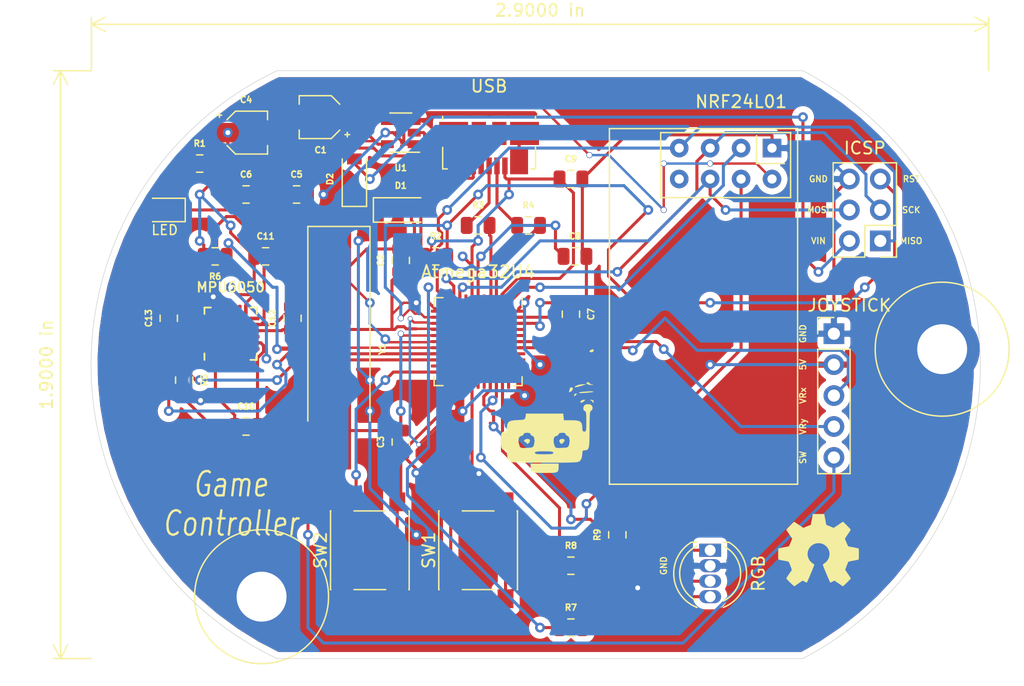
<source format=kicad_pcb>
(kicad_pcb (version 20171130) (host pcbnew "(5.1.2)-1")
  (layers (0 F.Cu signal) (31 B.Cu signal) (34 B.Paste user) (35 F.Paste user) (36 B.SilkS user) (37 F.SilkS user) (38 B.Mask user) (39 F.Mask user) (44 Edge.Cuts user))
  (net 0 "")
  (net 1 GND)
  (net 2 5V)
  (net 3 XTAL1)
  (net 4 XTAL2)
  (net 5 3.3V)
  (net 6 "Net-(C7-Pad1)")
  (net 7 "Net-(C8-Pad1)")
  (net 8 VBUS)
  (net 9 "Net-(C12-Pad1)")
  (net 10 "Net-(C13-Pad1)")
  (net 11 VIN)
  (net 12 "Net-(D3-Pad2)")
  (net 13 "Net-(D4-Pad4)")
  (net 14 "Net-(D4-Pad3)")
  (net 15 "Net-(D4-Pad1)")
  (net 16 RST)
  (net 17 MOSI)
  (net 18 SCK)
  (net 19 MISO)
  (net 20 "Net-(J2-Pad6)")
  (net 21 "Net-(J2-Pad4)")
  (net 22 "Net-(J2-Pad3)")
  (net 23 "Net-(J2-Pad2)")
  (net 24 D8)
  (net 25 A1)
  (net 26 A0)
  (net 27 A3)
  (net 28 A2)
  (net 29 D+)
  (net 30 D-)
  (net 31 SDA)
  (net 32 SCL)
  (net 33 D11)
  (net 34 D13)
  (net 35 D10)
  (net 36 D6)
  (net 37 D4)
  (net 38 "Net-(U1-Pad4)")
  (net 39 "Net-(U2-Pad41)")
  (net 40 "Net-(U2-Pad40)")
  (net 41 CSN)
  (net 42 "Net-(U2-Pad26)")
  (net 43 "Net-(U2-Pad25)")
  (net 44 "Net-(U2-Pad21)")
  (net 45 "Net-(U2-Pad8)")
  (net 46 CE)
  (net 47 "Net-(U3-Pad8)")
  (net 48 "Net-(U4-Pad12)")
  (net 49 "Net-(U4-Pad9)")
  (net 50 "Net-(U4-Pad7)")
  (net 51 "Net-(U4-Pad6)")
  (net 52 D0)
  (net 53 "Net-(U2-Pad29)")
  (module Connector:Banana_Jack_1Pin (layer F.Cu) (at 231.14 85.09)
    (fp_text reference REF** hide)
    (fp_text value Banana_Jack_1Pin)
    (pad 1 thru_hole circle (at 0 0) (size 6.16 6.16) (drill 4.1) (layers *.Cu *.Mask))
  )
  (module Connector:Banana_Jack_1Pin (layer F.Cu) (at 175.26 105.41)
    (fp_text reference REF** hide)
    (fp_text value Banana_Jack_1Pin)
    (pad 1 thru_hole circle (at 0 0) (size 6.16 6.16) (drill 4.1) (layers *.Cu *.Mask))
  )
  (module Symbol:OSHW-Symbol_6.7x6mm_SilkScreen (layer F.Cu) (at 220.98 101.6)
    (fp_text reference REF** hide)
    (fp_text value OSHW-Symbol_6.7x6mm_SilkScreen hide)
  )
  (module Battery:Roboticon1 (layer F.Cu) (at 198.12 90.17)
    (fp_text reference G*** hide)
    (fp_text value LOGO hide)
  )
  (module RF_Module:nRF24L01_Breakout (layer F.Cu) (at 217.17 68.58 270)
    (fp_text reference NRF24L01 (at -3.81 2.54 180) (layer F.SilkS))
    (fp_text value NRF24L01_Breakout)
    (pad 8 thru_hole circle (at 2.54 7.62 270) (size 1.524 1.524) (drill 0.762) (layers *.Cu *.Mask) (net 47 "Net-(U3-Pad8)"))
    (pad 7 thru_hole circle (at 0 7.62 270) (size 1.524 1.524) (drill 0.762) (layers *.Cu *.Mask) (net 19 MISO))
    (pad 6 thru_hole circle (at 2.54 5.08 270) (size 1.524 1.524) (drill 0.762) (layers *.Cu *.Mask) (net 17 MOSI))
    (pad 5 thru_hole circle (at 0 5.08 270) (size 1.524 1.524) (drill 0.762) (layers *.Cu *.Mask) (net 18 SCK))
    (pad 4 thru_hole circle (at 2.54 2.54 270) (size 1.524 1.524) (drill 0.762) (layers *.Cu *.Mask) (net 41 CSN))
    (pad 3 thru_hole circle (at 0 2.54 270) (size 1.524 1.524) (drill 0.762) (layers *.Cu *.Mask) (net 46 CE))
    (pad 2 thru_hole circle (at 2.54 0 270) (size 1.524 1.524) (drill 0.762) (layers *.Cu *.Mask) (net 5 3.3V))
    (pad 1 thru_hole rect (at 0 0 270) (size 1.524 1.524) (drill 0.762) (layers *.Cu *.Mask) (net 1 GND))
  )
  (module Crystal:Crystal_SMD_HC49-SD_HandSoldering (layer F.Cu) (at 181.61 85.09 270)
    (fp_text reference Y1 (at 0 -3.55 90) (layer F.SilkS) (effects (font (size 0.5 0.5) (thickness 0.125))))
    (fp_text value Crystal)
    (pad 2 smd rect (at 5.9375 0 270) (size 7.875 2) (layers F.Cu F.Paste F.Mask) (net 4 XTAL2))
    (pad 1 smd rect (at -5.9375 0 270) (size 7.875 2) (layers F.Cu F.Paste F.Mask) (net 3 XTAL1))
  )
  (module Sensor_Motion:InvenSense_QFN-24_4x4mm_P0.5mm (layer F.Cu) (at 172.72 83.82 90)
    (fp_text reference MPU6050 (at 3.81 0 180) (layer F.SilkS) (effects (font (size 0.8 0.8))))
    (fp_text value MPU-6050)
    (pad 24 smd roundrect (at -1.25 -1.95 180) (size 0.85 0.3) (layers F.Cu F.Paste F.Mask) (net 31 SDA))
    (pad 23 smd roundrect (at -0.75 -1.95 180) (size 0.85 0.3) (layers F.Cu F.Paste F.Mask) (net 32 SCL))
    (pad 22 smd roundrect (at -0.25 -1.95 180) (size 0.85 0.3) (layers F.Cu F.Paste F.Mask))
    (pad 21 smd roundrect (at 0.25 -1.95 180) (size 0.85 0.3) (layers F.Cu F.Paste F.Mask))
    (pad 20 smd roundrect (at 0.75 -1.95 180) (size 0.85 0.3) (layers F.Cu F.Paste F.Mask) (net 10 "Net-(C13-Pad1)"))
    (pad 19 smd roundrect (at 1.25 -1.95 180) (size 0.85 0.3) (layers F.Cu F.Paste F.Mask))
    (pad 18 smd roundrect (at 1.95 -1.25 90) (size 0.85 0.3) (layers F.Cu F.Paste F.Mask) (net 1 GND))
    (pad 17 smd roundrect (at 1.95 -0.75 90) (size 0.85 0.3) (layers F.Cu F.Paste F.Mask))
    (pad 16 smd roundrect (at 1.95 -0.25 90) (size 0.85 0.3) (layers F.Cu F.Paste F.Mask))
    (pad 15 smd roundrect (at 1.95 0.25 90) (size 0.85 0.3) (layers F.Cu F.Paste F.Mask))
    (pad 14 smd roundrect (at 1.95 0.75 90) (size 0.85 0.3) (layers F.Cu F.Paste F.Mask))
    (pad 13 smd roundrect (at 1.95 1.25 90) (size 0.85 0.3) (layers F.Cu F.Paste F.Mask) (net 5 3.3V))
    (pad 12 smd roundrect (at 1.25 1.95 180) (size 0.85 0.3) (layers F.Cu F.Paste F.Mask) (net 48 "Net-(U4-Pad12)"))
    (pad 11 smd roundrect (at 0.75 1.95 180) (size 0.85 0.3) (layers F.Cu F.Paste F.Mask) (net 1 GND))
    (pad 10 smd roundrect (at 0.25 1.95 180) (size 0.85 0.3) (layers F.Cu F.Paste F.Mask) (net 9 "Net-(C12-Pad1)"))
    (pad 9 smd roundrect (at -0.25 1.95 180) (size 0.85 0.3) (layers F.Cu F.Paste F.Mask) (net 49 "Net-(U4-Pad9)"))
    (pad 8 smd roundrect (at -0.75 1.95 180) (size 0.85 0.3) (layers F.Cu F.Paste F.Mask) (net 5 3.3V))
    (pad 7 smd roundrect (at -1.25 1.95 180) (size 0.85 0.3) (layers F.Cu F.Paste F.Mask) (net 50 "Net-(U4-Pad7)"))
    (pad 6 smd roundrect (at -1.95 1.25 90) (size 0.85 0.3) (layers F.Cu F.Paste F.Mask) (net 51 "Net-(U4-Pad6)"))
    (pad 5 smd roundrect (at -1.95 0.75 90) (size 0.85 0.3) (layers F.Cu F.Paste F.Mask))
    (pad 4 smd roundrect (at -1.95 0.25 90) (size 0.85 0.3) (layers F.Cu F.Paste F.Mask))
    (pad 3 smd roundrect (at -1.95 -0.25 90) (size 0.85 0.3) (layers F.Cu F.Paste F.Mask))
    (pad 2 smd roundrect (at -1.95 -0.75 90) (size 0.85 0.3) (layers F.Cu F.Paste F.Mask))
    (pad 1 smd roundrect (at -1.95 -1.25 90) (size 0.85 0.3) (layers F.Cu F.Paste F.Mask) (net 1 GND))
  )
  (module Package_DFN_QFN:QFN-44-1EP_7x7mm_P0.5mm_EP5.2x5.2mm (layer F.Cu) (at 193.04 84.47 270)
    (fp_text reference Atmega32U4 (at -5.73 0 180) (layer F.SilkS))
    (fp_text value ATmega32U4-MU)
    (pad 44 smd roundrect (at -2.5 -3.3375 270) (size 0.25 1.075) (layers F.Cu F.Paste F.Mask) (net 2 5V))
    (pad 43 smd roundrect (at -2 -3.3375 270) (size 0.25 1.075) (layers F.Cu F.Paste F.Mask) (net 1 GND))
    (pad 42 smd roundrect (at -1.5 -3.3375 270) (size 0.25 1.075) (layers F.Cu F.Paste F.Mask) (net 6 "Net-(C7-Pad1)"))
    (pad 41 smd roundrect (at -1 -3.3375 270) (size 0.25 1.075) (layers F.Cu F.Paste F.Mask) (net 39 "Net-(U2-Pad41)"))
    (pad 40 smd roundrect (at -0.5 -3.3375 270) (size 0.25 1.075) (layers F.Cu F.Paste F.Mask) (net 40 "Net-(U2-Pad40)"))
    (pad 39 smd roundrect (at 0 -3.3375 270) (size 0.25 1.075) (layers F.Cu F.Paste F.Mask) (net 27 A3))
    (pad 38 smd roundrect (at 0.5 -3.3375 270) (size 0.25 1.075) (layers F.Cu F.Paste F.Mask) (net 28 A2))
    (pad 37 smd roundrect (at 1 -3.3375 270) (size 0.25 1.075) (layers F.Cu F.Paste F.Mask) (net 25 A1))
    (pad 36 smd roundrect (at 1.5 -3.3375 270) (size 0.25 1.075) (layers F.Cu F.Paste F.Mask) (net 26 A0))
    (pad 35 smd roundrect (at 2 -3.3375 270) (size 0.25 1.075) (layers F.Cu F.Paste F.Mask) (net 1 GND))
    (pad 34 smd roundrect (at 2.5 -3.3375 270) (size 0.25 1.075) (layers F.Cu F.Paste F.Mask) (net 2 5V))
    (pad 33 smd roundrect (at 3.3375 -2.5 270) (size 1.075 0.25) (layers F.Cu F.Paste F.Mask) (net 1 GND))
    (pad 32 smd roundrect (at 3.3375 -2 270) (size 1.075 0.25) (layers F.Cu F.Paste F.Mask) (net 34 D13))
    (pad 31 smd roundrect (at 3.3375 -1.5 270) (size 1.075 0.25) (layers F.Cu F.Paste F.Mask) (net 41 CSN))
    (pad 30 smd roundrect (at 3.3375 -1 270) (size 1.075 0.25) (layers F.Cu F.Paste F.Mask) (net 35 D10))
    (pad 29 smd roundrect (at 3.3375 -0.5 270) (size 1.075 0.25) (layers F.Cu F.Paste F.Mask) (net 53 "Net-(U2-Pad29)"))
    (pad 28 smd roundrect (at 3.3375 0 270) (size 1.075 0.25) (layers F.Cu F.Paste F.Mask) (net 24 D8))
    (pad 27 smd roundrect (at 3.3375 0.5 270) (size 1.075 0.25) (layers F.Cu F.Paste F.Mask) (net 36 D6))
    (pad 26 smd roundrect (at 3.3375 1 270) (size 1.075 0.25) (layers F.Cu F.Paste F.Mask) (net 42 "Net-(U2-Pad26)"))
    (pad 25 smd roundrect (at 3.3375 1.5 270) (size 1.075 0.25) (layers F.Cu F.Paste F.Mask) (net 43 "Net-(U2-Pad25)"))
    (pad 24 smd roundrect (at 3.3375 2 270) (size 1.075 0.25) (layers F.Cu F.Paste F.Mask) (net 2 5V))
    (pad 23 smd roundrect (at 3.3375 2.5 270) (size 1.075 0.25) (layers F.Cu F.Paste F.Mask) (net 1 GND))
    (pad 22 smd roundrect (at 2.5 3.3375 270) (size 0.25 1.075) (layers F.Cu F.Paste F.Mask) (net 37 D4))
    (pad 21 smd roundrect (at 2 3.3375 270) (size 0.25 1.075) (layers F.Cu F.Paste F.Mask) (net 44 "Net-(U2-Pad21)"))
    (pad 20 smd roundrect (at 1.5 3.3375 270) (size 0.25 1.075) (layers F.Cu F.Paste F.Mask) (net 52 D0))
    (pad 19 smd roundrect (at 1 3.3375 270) (size 0.25 1.075) (layers F.Cu F.Paste F.Mask) (net 31 SDA))
    (pad 18 smd roundrect (at 0.5 3.3375 270) (size 0.25 1.075) (layers F.Cu F.Paste F.Mask) (net 32 SCL))
    (pad 17 smd roundrect (at 0 3.3375 270) (size 0.25 1.075) (layers F.Cu F.Paste F.Mask) (net 3 XTAL1))
    (pad 16 smd roundrect (at -0.5 3.3375 270) (size 0.25 1.075) (layers F.Cu F.Paste F.Mask) (net 4 XTAL2))
    (pad 15 smd roundrect (at -1 3.3375 270) (size 0.25 1.075) (layers F.Cu F.Paste F.Mask) (net 1 GND))
    (pad 14 smd roundrect (at -1.5 3.3375 270) (size 0.25 1.075) (layers F.Cu F.Paste F.Mask) (net 2 5V))
    (pad 13 smd roundrect (at -2 3.3375 270) (size 0.25 1.075) (layers F.Cu F.Paste F.Mask) (net 16 RST))
    (pad 12 smd roundrect (at -2.5 3.3375 270) (size 0.25 1.075) (layers F.Cu F.Paste F.Mask) (net 33 D11))
    (pad 11 smd roundrect (at -3.3375 2.5 270) (size 1.075 0.25) (layers F.Cu F.Paste F.Mask) (net 19 MISO))
    (pad 10 smd roundrect (at -3.3375 2 270) (size 1.075 0.25) (layers F.Cu F.Paste F.Mask) (net 17 MOSI))
    (pad 9 smd roundrect (at -3.3375 1.5 270) (size 1.075 0.25) (layers F.Cu F.Paste F.Mask) (net 18 SCK))
    (pad 8 smd roundrect (at -3.3375 1 270) (size 1.075 0.25) (layers F.Cu F.Paste F.Mask) (net 45 "Net-(U2-Pad8)"))
    (pad 7 smd roundrect (at -3.3375 0.5 270) (size 1.075 0.25) (layers F.Cu F.Paste F.Mask) (net 8 VBUS))
    (pad 6 smd roundrect (at -3.3375 0 270) (size 1.075 0.25) (layers F.Cu F.Paste F.Mask) (net 7 "Net-(C8-Pad1)"))
    (pad 5 smd roundrect (at -3.3375 -0.5 270) (size 1.075 0.25) (layers F.Cu F.Paste F.Mask) (net 1 GND))
    (pad 4 smd roundrect (at -3.3375 -1 270) (size 1.075 0.25) (layers F.Cu F.Paste F.Mask) (net 29 D+))
    (pad 3 smd roundrect (at -3.3375 -1.5 270) (size 1.075 0.25) (layers F.Cu F.Paste F.Mask) (net 30 D-))
    (pad 2 smd roundrect (at -3.3375 -2 270) (size 1.075 0.25) (layers F.Cu F.Paste F.Mask) (net 8 VBUS))
    (pad 1 smd roundrect (at -3.3375 -2.5 270) (size 1.075 0.25) (layers F.Cu F.Paste F.Mask) (net 46 CE))
    (pad 45 smd roundrect (at 0 0 270) (size 5.2 5.2) (layers F.Cu F.Mask) (roundrect_rratio 0.048077) (net 1 GND))
  )
  (module Package_TO_SOT_SMD:SOT-23-5 (layer F.Cu) (at 186.69 67.31 180)
    (fp_text reference U1 (at 0 -2.9) (layer F.SilkS) (effects (font (size 0.5 0.5) (thickness 0.125))))
    (fp_text value MIC5219-3.3YM5)
    (pad 5 smd rect (at 1.1 -0.95 180) (size 1.06 0.65) (layers F.Cu F.Paste F.Mask) (net 5 3.3V))
    (pad 4 smd rect (at 1.1 0.95 180) (size 1.06 0.65) (layers F.Cu F.Paste F.Mask) (net 38 "Net-(U1-Pad4)"))
    (pad 3 smd rect (at -1.1 0.95 180) (size 1.06 0.65) (layers F.Cu F.Paste F.Mask) (net 2 5V))
    (pad 2 smd rect (at -1.1 0 180) (size 1.06 0.65) (layers F.Cu F.Paste F.Mask) (net 1 GND))
    (pad 1 smd rect (at -1.1 -0.95 180) (size 1.06 0.65) (layers F.Cu F.Paste F.Mask) (net 2 5V))
  )
  (module Button_Switch_SMD:SW_SPST_PTS645 (layer F.Cu) (at 184.15 101.6 90)
    (fp_text reference SW2 (at 0 -4.05 90) (layer F.SilkS))
    (fp_text value SW_Push)
    (pad 2 smd rect (at 3.98 2.25 90) (size 1.55 1.3) (layers F.Cu F.Paste F.Mask) (net 1 GND))
    (pad 1 smd rect (at 3.98 -2.25 90) (size 1.55 1.3) (layers F.Cu F.Paste F.Mask) (net 37 D4))
    (pad 1 smd rect (at -3.98 -2.25 90) (size 1.55 1.3) (layers F.Cu F.Paste F.Mask) (net 37 D4))
    (pad 2 smd rect (at -3.98 2.25 90) (size 1.55 1.3) (layers F.Cu F.Paste F.Mask) (net 1 GND))
  )
  (module Button_Switch_SMD:SW_SPST_PTS645 (layer F.Cu) (at 193.04 101.6 90)
    (fp_text reference SW1 (at 0 -4.05 90) (layer F.SilkS))
    (fp_text value SW_Push)
    (pad 2 smd rect (at 3.98 2.25 90) (size 1.55 1.3) (layers F.Cu F.Paste F.Mask) (net 1 GND))
    (pad 1 smd rect (at 3.98 -2.25 90) (size 1.55 1.3) (layers F.Cu F.Paste F.Mask) (net 36 D6))
    (pad 1 smd rect (at -3.98 -2.25 90) (size 1.55 1.3) (layers F.Cu F.Paste F.Mask) (net 36 D6))
    (pad 2 smd rect (at -3.98 2.25 90) (size 1.55 1.3) (layers F.Cu F.Paste F.Mask) (net 1 GND))
  )
  (module Resistor_SMD:R_0805_2012Metric (layer F.Cu) (at 204.47 100.33 90)
    (fp_text reference R9 (at 0 -1.65 90) (layer F.SilkS) (effects (font (size 0.5 0.5) (thickness 0.125))))
    (fp_text value 220)
    (pad 2 smd roundrect (at 0.9375 0 90) (size 0.975 1.4) (layers F.Cu F.Paste F.Mask) (net 15 "Net-(D4-Pad1)"))
    (pad 1 smd roundrect (at -0.9375 0 90) (size 0.975 1.4) (layers F.Cu F.Paste F.Mask) (net 35 D10))
  )
  (module Resistor_SMD:R_0805_2012Metric (layer F.Cu) (at 200.66 102.87)
    (fp_text reference R8 (at 0 -1.65) (layer F.SilkS) (effects (font (size 0.5 0.5) (thickness 0.125))))
    (fp_text value 220)
    (pad 2 smd roundrect (at 0.9375 0) (size 0.975 1.4) (layers F.Cu F.Paste F.Mask) (net 14 "Net-(D4-Pad3)"))
    (pad 1 smd roundrect (at -0.9375 0) (size 0.975 1.4) (layers F.Cu F.Paste F.Mask) (net 34 D13))
  )
  (module Resistor_SMD:R_0805_2012Metric (layer F.Cu) (at 200.66 107.95)
    (fp_text reference R7 (at 0 -1.65) (layer F.SilkS) (effects (font (size 0.5 0.5) (thickness 0.125))))
    (fp_text value 220)
    (pad 2 smd roundrect (at 0.9375 0) (size 0.975 1.4) (layers F.Cu F.Paste F.Mask) (net 13 "Net-(D4-Pad4)"))
    (pad 1 smd roundrect (at -0.9375 0) (size 0.975 1.4) (layers F.Cu F.Paste F.Mask) (net 33 D11))
  )
  (module Resistor_SMD:R_0805_2012Metric (layer F.Cu) (at 171.45 77.47 180)
    (fp_text reference R6 (at 0 -1.65) (layer F.SilkS) (effects (font (size 0.5 0.5) (thickness 0.125))))
    (fp_text value 4.7k)
    (pad 2 smd roundrect (at 0.9375 0 180) (size 0.975 1.4) (layers F.Cu F.Paste F.Mask) (net 5 3.3V))
    (pad 1 smd roundrect (at -0.9375 0 180) (size 0.975 1.4) (layers F.Cu F.Paste F.Mask) (net 32 SCL))
  )
  (module Resistor_SMD:R_0805_2012Metric (layer F.Cu) (at 168.91 87.63 270)
    (fp_text reference R5 (at 0 -1.65 90) (layer F.SilkS) (effects (font (size 0.5 0.5) (thickness 0.125))))
    (fp_text value 4.7k)
    (pad 2 smd roundrect (at 0.9375 0 270) (size 0.975 1.4) (layers F.Cu F.Paste F.Mask) (net 5 3.3V))
    (pad 1 smd roundrect (at -0.9375 0 270) (size 0.975 1.4) (layers F.Cu F.Paste F.Mask) (net 31 SDA))
  )
  (module Resistor_SMD:R_0805_2012Metric (layer F.Cu) (at 197.1825 74.93)
    (fp_text reference R4 (at 0 -1.65) (layer F.SilkS) (effects (font (size 0.5 0.5) (thickness 0.1))))
    (fp_text value 22R)
    (pad 2 smd roundrect (at 0.9375 0) (size 0.975 1.4) (layers F.Cu F.Paste F.Mask) (net 30 D-))
    (pad 1 smd roundrect (at -0.9375 0) (size 0.975 1.4) (layers F.Cu F.Paste F.Mask) (net 23 "Net-(J2-Pad2)"))
  )
  (module Resistor_SMD:R_0805_2012Metric (layer F.Cu) (at 193.04 74.93)
    (fp_text reference R3 (at 0 -1.65) (layer F.SilkS) (effects (font (size 0.5 0.5) (thickness 0.125))))
    (fp_text value 22R)
    (pad 2 smd roundrect (at 0.9375 0) (size 0.975 1.4) (layers F.Cu F.Paste F.Mask) (net 29 D+))
    (pad 1 smd roundrect (at -0.9375 0) (size 0.975 1.4) (layers F.Cu F.Paste F.Mask) (net 22 "Net-(J2-Pad3)"))
  )
  (module Resistor_SMD:R_0805_2012Metric (layer F.Cu) (at 189.5625 77.47)
    (fp_text reference R2 (at 0 -1.65) (layer F.SilkS) (effects (font (size 0.5 0.5) (thickness 0.125))))
    (fp_text value 10k)
    (pad 2 smd roundrect (at 0.9375 0) (size 0.975 1.4) (layers F.Cu F.Paste F.Mask) (net 16 RST))
    (pad 1 smd roundrect (at -0.9375 0) (size 0.975 1.4) (layers F.Cu F.Paste F.Mask) (net 8 VBUS))
  )
  (module Resistor_SMD:R_0805_2012Metric (layer F.Cu) (at 170.18 69.85)
    (fp_text reference R1 (at 0 -1.65) (layer F.SilkS) (effects (font (size 0.5 0.5) (thickness 0.125))))
    (fp_text value 1k)
    (pad 2 smd roundrect (at 0.9375 0) (size 0.975 1.4) (layers F.Cu F.Paste F.Mask) (net 5 3.3V))
    (pad 1 smd roundrect (at -0.9375 0) (size 0.975 1.4) (layers F.Cu F.Paste F.Mask) (net 12 "Net-(D3-Pad2)"))
  )
  (module Connector_PinHeader_2.54mm:PinHeader_1x05_P2.54mm_Vertical (layer F.Cu) (at 222.25 83.82)
    (fp_text reference JOYSTICK (at 1.27 -2.33) (layer F.SilkS))
    (fp_text value JoystickB)
    (pad 5 thru_hole oval (at 0 10.16) (size 1.7 1.7) (drill 1) (layers *.Cu *.Mask) (net 52 D0))
    (pad 4 thru_hole oval (at 0 7.62) (size 1.7 1.7) (drill 1) (layers *.Cu *.Mask) (net 27 A3))
    (pad 3 thru_hole oval (at 0 5.08) (size 1.7 1.7) (drill 1) (layers *.Cu *.Mask) (net 28 A2))
    (pad 2 thru_hole oval (at 0 2.54) (size 1.7 1.7) (drill 1) (layers *.Cu *.Mask) (net 2 5V))
    (pad 1 thru_hole rect (at 0 0) (size 1.7 1.7) (drill 1) (layers *.Cu *.Mask) (net 1 GND))
  )
  (module Connector_USB:USB_Micro-B_Molex_47346-0001 (layer F.Cu) (at 193.94 68.58 180)
    (fp_text reference USB (at 0 5.08 180) (layer F.SilkS))
    (fp_text value USB_B_Micro)
    (pad 6 smd rect (at 0.84 1.2 180) (size 1.175 1.9) (layers F.Cu F.Paste F.Mask) (net 20 "Net-(J2-Pad6)"))
    (pad 6 smd rect (at -0.84 1.2 180) (size 1.175 1.9) (layers F.Cu F.Paste F.Mask) (net 20 "Net-(J2-Pad6)"))
    (pad 6 smd rect (at 2.91 1.2 180) (size 2.375 1.9) (layers F.Cu F.Paste F.Mask) (net 20 "Net-(J2-Pad6)"))
    (pad 6 smd rect (at -2.91 1.2 180) (size 2.375 1.9) (layers F.Cu F.Paste F.Mask) (net 20 "Net-(J2-Pad6)"))
    (pad 6 smd rect (at 2.4625 -1.1 180) (size 1.475 2.1) (layers F.Cu F.Paste F.Mask) (net 20 "Net-(J2-Pad6)"))
    (pad 6 smd rect (at -2.4625 -1.1 180) (size 1.475 2.1) (layers F.Cu F.Paste F.Mask) (net 20 "Net-(J2-Pad6)"))
    (pad 5 smd rect (at 1.3 -1.46 180) (size 0.45 1.38) (layers F.Cu F.Paste F.Mask) (net 1 GND))
    (pad 4 smd rect (at 0.65 -1.46 180) (size 0.45 1.38) (layers F.Cu F.Paste F.Mask) (net 21 "Net-(J2-Pad4)"))
    (pad 3 smd rect (at 0 -1.46 180) (size 0.45 1.38) (layers F.Cu F.Paste F.Mask) (net 22 "Net-(J2-Pad3)"))
    (pad 2 smd rect (at -0.65 -1.46 180) (size 0.45 1.38) (layers F.Cu F.Paste F.Mask) (net 23 "Net-(J2-Pad2)"))
    (pad 1 smd rect (at -1.3 -1.46 180) (size 0.45 1.38) (layers F.Cu F.Paste F.Mask) (net 8 VBUS))
  )
  (module Connector_PinHeader_2.54mm:PinHeader_2x03_P2.54mm_Vertical (layer F.Cu) (at 226.06 76.2 180)
    (fp_text reference ICSP (at 1.27 7.62) (layer F.SilkS))
    (fp_text value AVR-ISP-6)
    (pad 6 thru_hole oval (at 2.54 5.08 180) (size 1.7 1.7) (drill 1) (layers *.Cu *.Mask) (net 1 GND))
    (pad 5 thru_hole oval (at 0 5.08 180) (size 1.7 1.7) (drill 1) (layers *.Cu *.Mask) (net 16 RST))
    (pad 4 thru_hole oval (at 2.54 2.54 180) (size 1.7 1.7) (drill 1) (layers *.Cu *.Mask) (net 17 MOSI))
    (pad 3 thru_hole oval (at 0 2.54 180) (size 1.7 1.7) (drill 1) (layers *.Cu *.Mask) (net 18 SCK))
    (pad 2 thru_hole oval (at 2.54 0 180) (size 1.7 1.7) (drill 1) (layers *.Cu *.Mask) (net 11 VIN))
    (pad 1 thru_hole rect (at 0 0 180) (size 1.7 1.7) (drill 1) (layers *.Cu *.Mask) (net 19 MISO))
  )
  (module LED_THT:LED_D5.0mm-4_RGB (layer F.Cu) (at 212.09 101.6 270)
    (fp_text reference RGB (at 1.905 -3.96 90) (layer F.SilkS))
    (fp_text value LED_RCBG)
    (pad 4 thru_hole oval (at 3.81 0 270) (size 1.07 1.8) (drill 0.9) (layers *.Cu *.Mask) (net 13 "Net-(D4-Pad4)"))
    (pad 3 thru_hole oval (at 2.54 0 270) (size 1.07 1.8) (drill 0.9) (layers *.Cu *.Mask) (net 14 "Net-(D4-Pad3)"))
    (pad 2 thru_hole oval (at 1.27 0 270) (size 1.07 1.8) (drill 0.9) (layers *.Cu *.Mask) (net 1 GND))
    (pad 1 thru_hole rect (at 0 0 270) (size 1.07 1.8) (drill 0.9) (layers *.Cu *.Mask) (net 15 "Net-(D4-Pad1)"))
  )
  (module LED_SMD:LED_0805_2012Metric (layer F.Cu) (at 167.3075 73.66 180)
    (fp_text reference LED (at 0 -1.65) (layer F.SilkS) (effects (font (size 0.8 0.8) (thickness 0.125))))
    (fp_text value LED)
    (pad 2 smd roundrect (at 0.9375 0 180) (size 0.975 1.4) (layers F.Cu F.Paste F.Mask) (net 12 "Net-(D3-Pad2)"))
    (pad 1 smd roundrect (at -0.9375 0 180) (size 0.975 1.4) (layers F.Cu F.Paste F.Mask) (net 1 GND))
  )
  (module Diode_SMD:D_SOD-123 (layer F.Cu) (at 182.88 71.12 90)
    (fp_text reference D2 (at 0 -2 90) (layer F.SilkS) (effects (font (size 0.5 0.5) (thickness 0.125))))
    (fp_text value D_Schottky)
    (pad 2 smd rect (at 1.65 0 90) (size 0.9 1.2) (layers F.Cu F.Paste F.Mask) (net 11 VIN))
    (pad 1 smd rect (at -1.65 0 90) (size 0.9 1.2) (layers F.Cu F.Paste F.Mask) (net 2 5V))
  )
  (module Diode_SMD:D_SOD-123 (layer F.Cu) (at 186.69 73.66)
    (fp_text reference D1 (at 0 -2) (layer F.SilkS) (effects (font (size 0.5 0.5) (thickness 0.125))))
    (fp_text value D_Schottky)
    (pad 2 smd rect (at 1.65 0) (size 0.9 1.2) (layers F.Cu F.Paste F.Mask) (net 8 VBUS))
    (pad 1 smd rect (at -1.65 0) (size 0.9 1.2) (layers F.Cu F.Paste F.Mask) (net 2 5V))
  )
  (module Capacitor_SMD:C_0805_2012Metric (layer F.Cu) (at 167.64 82.55 90)
    (fp_text reference C13 (at 0 -1.65 90) (layer F.SilkS) (effects (font (size 0.5 0.5) (thickness 0.125))))
    (fp_text value 2.2nF)
    (pad 2 smd roundrect (at 0.9375 0 90) (size 0.975 1.4) (layers F.Cu F.Paste F.Mask) (net 1 GND))
    (pad 1 smd roundrect (at -0.9375 0 90) (size 0.975 1.4) (layers F.Cu F.Paste F.Mask) (net 10 "Net-(C13-Pad1)"))
  )
  (module Capacitor_SMD:C_0805_2012Metric (layer F.Cu) (at 177.8 82.55 90)
    (fp_text reference C12 (at 0 -1.65 90) (layer F.SilkS) (effects (font (size 0.5 0.5) (thickness 0.125))))
    (fp_text value 0.1uF)
    (pad 2 smd roundrect (at 0.9375 0 90) (size 0.975 1.4) (layers F.Cu F.Paste F.Mask) (net 1 GND))
    (pad 1 smd roundrect (at -0.9375 0 90) (size 0.975 1.4) (layers F.Cu F.Paste F.Mask) (net 9 "Net-(C12-Pad1)"))
  )
  (module Capacitor_SMD:C_0805_2012Metric (layer F.Cu) (at 175.5925 77.47)
    (fp_text reference C11 (at 0 -1.65) (layer F.SilkS) (effects (font (size 0.5 0.5) (thickness 0.125))))
    (fp_text value 0.1uF)
    (pad 2 smd roundrect (at 0.9375 0) (size 0.975 1.4) (layers F.Cu F.Paste F.Mask) (net 1 GND))
    (pad 1 smd roundrect (at -0.9375 0) (size 0.975 1.4) (layers F.Cu F.Paste F.Mask) (net 5 3.3V))
  )
  (module Capacitor_SMD:C_0805_2012Metric (layer F.Cu) (at 173.99 91.44)
    (fp_text reference C10 (at 0 -1.65) (layer F.SilkS) (effects (font (size 0.5 0.5) (thickness 0.125))))
    (fp_text value 0.01uF)
    (pad 2 smd roundrect (at 0.9375 0) (size 0.975 1.4) (layers F.Cu F.Paste F.Mask) (net 5 3.3V))
    (pad 1 smd roundrect (at -0.9375 0) (size 0.975 1.4) (layers F.Cu F.Paste F.Mask) (net 1 GND))
  )
  (module Capacitor_SMD:C_0805_2012Metric (layer F.Cu) (at 200.66 71.12)
    (fp_text reference C9 (at 0 -1.65) (layer F.SilkS) (effects (font (size 0.5 0.5) (thickness 0.125))))
    (fp_text value 0.1uF)
    (pad 2 smd roundrect (at 0.9375 0) (size 0.975 1.4) (layers F.Cu F.Paste F.Mask) (net 1 GND))
    (pad 1 smd roundrect (at -0.9375 0) (size 0.975 1.4) (layers F.Cu F.Paste F.Mask) (net 8 VBUS))
  )
  (module Capacitor_SMD:C_0805_2012Metric (layer F.Cu) (at 200.9925 77.47)
    (fp_text reference C8 (at 0 -1.65) (layer F.SilkS) (effects (font (size 0.5 0.5) (thickness 0.125))))
    (fp_text value 1uF)
    (pad 2 smd roundrect (at 0.9375 0) (size 0.975 1.4) (layers F.Cu F.Paste F.Mask) (net 1 GND))
    (pad 1 smd roundrect (at -0.9375 0) (size 0.975 1.4) (layers F.Cu F.Paste F.Mask) (net 7 "Net-(C8-Pad1)"))
  )
  (module Capacitor_SMD:C_0805_2012Metric (layer F.Cu) (at 200.66 82.2175 270)
    (fp_text reference C7 (at 0 -1.65 90) (layer F.SilkS) (effects (font (size 0.5 0.5) (thickness 0.125))))
    (fp_text value 0.1uF)
    (pad 2 smd roundrect (at 0.9375 0 270) (size 0.975 1.4) (layers F.Cu F.Paste F.Mask) (net 1 GND))
    (pad 1 smd roundrect (at -0.9375 0 270) (size 0.975 1.4) (layers F.Cu F.Paste F.Mask) (net 6 "Net-(C7-Pad1)"))
  )
  (module Capacitor_SMD:C_0805_2012Metric (layer F.Cu) (at 173.99 72.39)
    (fp_text reference C6 (at 0 -1.65) (layer F.SilkS) (effects (font (size 0.5 0.5) (thickness 0.125))))
    (fp_text value 0.1uF)
    (pad 2 smd roundrect (at 0.9375 0) (size 0.975 1.4) (layers F.Cu F.Paste F.Mask) (net 1 GND))
    (pad 1 smd roundrect (at -0.9375 0) (size 0.975 1.4) (layers F.Cu F.Paste F.Mask) (net 5 3.3V))
  )
  (module Capacitor_SMD:C_0805_2012Metric (layer F.Cu) (at 178.1325 72.39)
    (fp_text reference C5 (at 0 -1.65) (layer F.SilkS) (effects (font (size 0.5 0.5) (thickness 0.125))))
    (fp_text value 1uF)
    (pad 2 smd roundrect (at 0.9375 0) (size 0.975 1.4) (layers F.Cu F.Paste F.Mask) (net 1 GND))
    (pad 1 smd roundrect (at -0.9375 0) (size 0.975 1.4) (layers F.Cu F.Paste F.Mask) (net 5 3.3V))
  )
  (module Capacitor_SMD:CP_Elec_3x5.3 (layer F.Cu) (at 173.99 67.31)
    (fp_text reference C4 (at 0 -2.7) (layer F.SilkS) (effects (font (size 0.5 0.5) (thickness 0.125))))
    (fp_text value 10uF)
    (pad 2 smd rect (at 1.5 0) (size 2.2 1.6) (layers F.Cu F.Paste F.Mask) (net 1 GND))
    (pad 1 smd rect (at -1.5 0) (size 2.2 1.6) (layers F.Cu F.Paste F.Mask) (net 5 3.3V))
  )
  (module Capacitor_SMD:C_0805_2012Metric (layer F.Cu) (at 186.69 92.71 90)
    (fp_text reference C3 (at 0 -1.65 90) (layer F.SilkS) (effects (font (size 0.5 0.5) (thickness 0.125))))
    (fp_text value 22pF)
    (pad 2 smd roundrect (at 0.9375 0 90) (size 0.975 1.4) (layers F.Cu F.Paste F.Mask) (net 4 XTAL2))
    (pad 1 smd roundrect (at -0.9375 0 90) (size 0.975 1.4) (layers F.Cu F.Paste F.Mask) (net 1 GND))
  )
  (module Capacitor_SMD:C_0805_2012Metric (layer F.Cu) (at 186.69 77.8025 90)
    (fp_text reference C2 (at 0 -1.65 90) (layer F.SilkS) (effects (font (size 0.5 0.5) (thickness 0.125))))
    (fp_text value 22pF)
    (pad 2 smd roundrect (at 0.9375 0 90) (size 0.975 1.4) (layers F.Cu F.Paste F.Mask) (net 3 XTAL1))
    (pad 1 smd roundrect (at -0.9375 0 90) (size 0.975 1.4) (layers F.Cu F.Paste F.Mask) (net 1 GND))
  )
  (module Capacitor_SMD:CP_Elec_3x5.3 (layer F.Cu) (at 180.11 66.04 180)
    (fp_text reference C1 (at 0 -2.7) (layer F.SilkS) (effects (font (size 0.5 0.5) (thickness 0.125))))
    (fp_text value CP1_Small)
    (pad 2 smd rect (at 1.5 0 180) (size 2.2 1.6) (layers F.Cu F.Paste F.Mask) (net 1 GND))
    (pad 1 smd rect (at -1.5 0 180) (size 2.2 1.6) (layers F.Cu F.Paste F.Mask) (net 2 5V))
  )
  (dimension 73.66 (width 0.12) (layer F.SilkS) (gr_text "73.660 mm" (at 198.12 57.15) (layer F.SilkS) (effects (font (size 1 1) (thickness 0.15)))) (feature1 (pts (xy 234.95 62.23) (xy 234.95 57.833579))) (feature2 (pts (xy 161.29 62.23) (xy 161.29 57.833579))) (crossbar (pts (xy 161.29 58.42) (xy 234.95 58.42))) (arrow1a (pts (xy 234.95 58.42) (xy 233.823496 59.006421))) (arrow1b (pts (xy 234.95 58.42) (xy 233.823496 57.833579))) (arrow2a (pts (xy 161.29 58.42) (xy 162.416504 59.006421))) (arrow2b (pts (xy 161.29 58.42) (xy 162.416504 57.833579))))
  (dimension 48.26 (width 0.12) (layer F.SilkS) (gr_text "48.260 mm" (at 157.48 86.36 270) (layer F.SilkS) (effects (font (size 1 1) (thickness 0.15)))) (feature1 (pts (xy 161.29 110.49) (xy 158.163579 110.49))) (feature2 (pts (xy 161.29 62.23) (xy 158.163579 62.23))) (crossbar (pts (xy 158.75 62.23) (xy 158.75 110.49))) (arrow1a (pts (xy 158.75 110.49) (xy 158.163579 109.363496))) (arrow1b (pts (xy 158.75 110.49) (xy 159.336421 109.363496))) (arrow2a (pts (xy 158.75 62.23) (xy 158.163579 63.356504))) (arrow2b (pts (xy 158.75 62.23) (xy 159.336421 63.356504))))
  (gr_text "Game\nController" (at 172.72 97.79) (layer F.SilkS) (effects (font (size 2 1.5) (thickness 0.19) italic)))
  (gr_text GND (at 208.28 102.87 90) (layer F.SilkS) (effects (font (size 0.5 0.5) (thickness 0.1))))
  (gr_text SW (at 219.71 93.98 90) (layer F.SilkS) (effects (font (size 0.5 0.5) (thickness 0.1))))
  (gr_text VRy (at 219.71 91.44 90) (layer F.SilkS) (effects (font (size 0.5 0.5) (thickness 0.1))))
  (gr_text VRx (at 219.71 88.9 90) (layer F.SilkS) (effects (font (size 0.5 0.5) (thickness 0.1))))
  (gr_text 5V (at 219.71 86.36 90) (layer F.SilkS) (effects (font (size 0.5 0.5) (thickness 0.1))))
  (gr_text GND (at 219.71 83.82 90) (layer F.SilkS) (effects (font (size 0.5 0.5) (thickness 0.1))))
  (gr_text "VIN\n" (at 220.98 76.2) (layer F.SilkS) (effects (font (size 0.5 0.5) (thickness 0.1))))
  (gr_text MOSI (at 220.98 73.66) (layer F.SilkS) (effects (font (size 0.5 0.5) (thickness 0.1))))
  (gr_text GND (at 220.98 71.12) (layer F.SilkS) (effects (font (size 0.5 0.5) (thickness 0.1))))
  (gr_text "RST\n" (at 228.6 71.12) (layer F.SilkS) (effects (font (size 0.5 0.5) (thickness 0.1))))
  (gr_text SCK (at 228.6 73.66) (layer F.SilkS) (effects (font (size 0.5 0.5) (thickness 0.1))))
  (gr_text "MISO\n" (at 228.6 76.2) (layer F.SilkS) (effects (font (size 0.5 0.5) (thickness 0.1))))
  (gr_line (start 176.530001 62.230001) (end 219.71 62.230001) (layer Edge.Cuts) (width 0.05))
  (gr_arc (start 207.01 86.36) (end 219.709999 110.489999) (angle -124.4829188) (layer Edge.Cuts) (width 0.05))
  (gr_arc (start 187.96 86.36) (end 176.530001 62.230001) (angle -129.3076502) (layer Edge.Cuts) (width 0.05))
  (gr_line (start 176.530001 110.489999) (end 219.709999 110.489999) (layer Edge.Cuts) (width 0.05))
  (segment (start 193.54 83.97) (end 193.04 84.47) (width 0.25) (layer F.Cu) (net 1))
  (segment (start 193.54 81.1325) (end 193.54 83.97) (width 0.25) (layer F.Cu) (net 1))
  (segment (start 199.975 82.47) (end 200.66 83.155) (width 0.25) (layer F.Cu) (net 1))
  (segment (start 196.3775 82.47) (end 199.975 82.47) (width 0.25) (layer F.Cu) (net 1))
  (segment (start 188.57 67.31) (end 187.79 67.31) (width 0.25) (layer F.Cu) (net 1))
  (segment (start 188.645001 67.385001) (end 188.57 67.31) (width 0.25) (layer F.Cu) (net 1))
  (segment (start 188.645001 69.220003) (end 188.645001 67.385001) (width 0.25) (layer F.Cu) (net 1))
  (segment (start 190.479999 71.055001) (end 188.645001 69.220003) (width 0.25) (layer F.Cu) (net 1))
  (segment (start 192.564999 71.055001) (end 190.479999 71.055001) (width 0.25) (layer F.Cu) (net 1))
  (segment (start 192.64 70.98) (end 192.564999 71.055001) (width 0.25) (layer F.Cu) (net 1))
  (segment (start 192.64 70.04) (end 192.64 70.98) (width 0.25) (layer F.Cu) (net 1))
  (segment (start 178.39 67.31) (end 178.61 67.09) (width 0.25) (layer F.Cu) (net 1))
  (segment (start 175.49 67.31) (end 178.39 67.31) (width 0.25) (layer F.Cu) (net 1))
  (segment (start 185.110001 69.220003) (end 188.645001 69.220003) (width 0.25) (layer F.Cu) (net 1))
  (segment (start 180.1 68.58) (end 184.469998 68.58) (width 0.25) (layer F.Cu) (net 1))
  (segment (start 184.469998 68.58) (end 185.110001 69.220003) (width 0.25) (layer F.Cu) (net 1))
  (segment (start 178.61 67.09) (end 180.1 68.58) (width 0.25) (layer F.Cu) (net 1))
  (segment (start 178.61 66.04) (end 178.61 67.09) (width 0.25) (layer F.Cu) (net 1))
  (segment (start 179.07 72.39) (end 179.07 69.85) (width 0.25) (layer F.Cu) (net 1))
  (segment (start 179.07 69.85) (end 180.34 68.58) (width 0.25) (layer F.Cu) (net 1))
  (segment (start 178.513763 72.946237) (end 179.07 72.39) (width 0.25) (layer F.Cu) (net 1))
  (segment (start 177.8 73.66) (end 178.513763 72.946237) (width 0.25) (layer F.Cu) (net 1))
  (segment (start 176.1975 73.66) (end 177.8 73.66) (width 0.25) (layer F.Cu) (net 1))
  (segment (start 174.9275 72.39) (end 176.1975 73.66) (width 0.25) (layer F.Cu) (net 1))
  (segment (start 176.53 77.47) (end 176.53 73.66) (width 0.25) (layer F.Cu) (net 1))
  (segment (start 173.6575 73.66) (end 174.9275 72.39) (width 0.25) (layer F.Cu) (net 1))
  (segment (start 168.245 73.66) (end 173.6575 73.66) (width 0.25) (layer F.Cu) (net 1))
  (segment (start 176.3425 83.07) (end 177.8 81.6125) (width 0.25) (layer F.Cu) (net 1))
  (segment (start 174.67 83.07) (end 176.3425 83.07) (width 0.25) (layer F.Cu) (net 1))
  (segment (start 177.8 78.74) (end 176.53 77.47) (width 0.25) (layer F.Cu) (net 1))
  (segment (start 177.8 81.6125) (end 177.8 78.74) (width 0.25) (layer F.Cu) (net 1))
  (segment (start 171.47 81.87) (end 171.47 80.03) (width 0.25) (layer F.Cu) (net 1))
  (segment (start 169.8875 81.6125) (end 167.64 81.6125) (width 0.25) (layer F.Cu) (net 1))
  (segment (start 171.47 80.03) (end 169.8875 81.6125) (width 0.25) (layer F.Cu) (net 1))
  (segment (start 171.47 81.345) (end 171.47 81.87) (width 0.25) (layer F.Cu) (net 1))
  (segment (start 171.47 75.106998) (end 171.47 81.345) (width 0.25) (layer F.Cu) (net 1))
  (segment (start 172.371999 74.204999) (end 171.47 75.106998) (width 0.25) (layer F.Cu) (net 1))
  (segment (start 173.068001 74.204999) (end 172.371999 74.204999) (width 0.25) (layer F.Cu) (net 1))
  (segment (start 175.46751 76.604508) (end 173.068001 74.204999) (width 0.25) (layer F.Cu) (net 1))
  (segment (start 175.46751 82.79749) (end 175.46751 76.604508) (width 0.25) (layer F.Cu) (net 1))
  (segment (start 175.195 83.07) (end 175.46751 82.79749) (width 0.25) (layer F.Cu) (net 1))
  (segment (start 174.67 83.07) (end 175.195 83.07) (width 0.25) (layer F.Cu) (net 1))
  (segment (start 173.0525 91.44) (end 173.0525 90.5025) (width 0.25) (layer F.Cu) (net 1))
  (segment (start 171.47 88.92) (end 171.47 85.77) (width 0.25) (layer F.Cu) (net 1))
  (segment (start 173.0525 90.5025) (end 171.47 88.92) (width 0.25) (layer F.Cu) (net 1))
  (segment (start 186.69 97.33) (end 186.4 97.62) (width 0.25) (layer F.Cu) (net 1))
  (segment (start 186.69 93.6475) (end 186.69 97.33) (width 0.25) (layer F.Cu) (net 1))
  (segment (start 186.4 97.62) (end 186.4 105.58) (width 0.25) (layer F.Cu) (net 1))
  (segment (start 195.29 97.62) (end 195.29 105.58) (width 0.25) (layer F.Cu) (net 1))
  (via (at 193.103372 95.301331) (size 0.8) (drill 0.4) (layers F.Cu B.Cu) (net 1))
  (segment (start 193.103372 95.308372) (end 193.103372 95.301331) (width 0.25) (layer F.Cu) (net 1))
  (segment (start 195.29 97.62) (end 195.29 97.495) (width 0.25) (layer F.Cu) (net 1))
  (segment (start 195.29 97.495) (end 193.103372 95.308372) (width 0.25) (layer F.Cu) (net 1))
  (via (at 187.96 95.25) (size 0.8) (drill 0.4) (layers F.Cu B.Cu) (net 1))
  (segment (start 193.103372 95.301331) (end 188.011331 95.301331) (width 0.25) (layer B.Cu) (net 1))
  (segment (start 188.011331 95.301331) (end 187.96 95.25) (width 0.25) (layer B.Cu) (net 1))
  (segment (start 187.96 94.9175) (end 186.69 93.6475) (width 0.25) (layer F.Cu) (net 1))
  (segment (start 187.96 95.25) (end 187.96 94.9175) (width 0.25) (layer F.Cu) (net 1))
  (via (at 206.139996 104.685) (size 0.8) (drill 0.4) (layers F.Cu B.Cu) (net 1))
  (segment (start 196.06 104.685) (end 206.139996 104.685) (width 0.25) (layer F.Cu) (net 1))
  (segment (start 195.29 105.58) (end 195.29 105.455) (width 0.25) (layer F.Cu) (net 1))
  (segment (start 195.29 105.455) (end 196.06 104.685) (width 0.25) (layer F.Cu) (net 1))
  (segment (start 207.954996 102.87) (end 212.09 102.87) (width 0.25) (layer B.Cu) (net 1))
  (segment (start 206.139996 104.685) (end 207.954996 102.87) (width 0.25) (layer B.Cu) (net 1))
  (via (at 171.293858 80.78807) (size 0.8) (drill 0.4) (layers F.Cu B.Cu) (net 1))
  (segment (start 171.47 81.87) (end 171.47 80.964212) (width 0.25) (layer F.Cu) (net 1))
  (segment (start 171.47 80.964212) (end 171.293858 80.78807) (width 0.25) (layer F.Cu) (net 1))
  (via (at 170.250809 89.301146) (size 0.8) (drill 0.4) (layers F.Cu B.Cu) (net 1))
  (segment (start 169.454999 88.505336) (end 170.250809 89.301146) (width 0.25) (layer B.Cu) (net 1))
  (segment (start 171.293858 80.78807) (end 169.454999 82.626929) (width 0.25) (layer B.Cu) (net 1))
  (segment (start 169.454999 82.626929) (end 169.454999 88.505336) (width 0.25) (layer B.Cu) (net 1))
  (segment (start 170.250809 89.301146) (end 170.651955 88.9) (width 0.25) (layer F.Cu) (net 1))
  (segment (start 170.651955 88.9) (end 171.45 88.9) (width 0.25) (layer F.Cu) (net 1))
  (segment (start 195.04 86.47) (end 193.04 84.47) (width 0.25) (layer F.Cu) (net 1))
  (segment (start 196.3775 86.47) (end 195.04 86.47) (width 0.25) (layer F.Cu) (net 1))
  (segment (start 190.54 87.17) (end 190.54 87.8075) (width 0.25) (layer F.Cu) (net 1))
  (segment (start 190.58999 87.12001) (end 190.54 87.17) (width 0.25) (layer F.Cu) (net 1))
  (segment (start 190.58999 86.92001) (end 190.58999 87.12001) (width 0.25) (layer F.Cu) (net 1))
  (segment (start 193.04 84.47) (end 190.58999 86.92001) (width 0.25) (layer F.Cu) (net 1))
  (segment (start 190.54 88.445) (end 190.54 87.8075) (width 0.25) (layer F.Cu) (net 1))
  (segment (start 190.54 89.7975) (end 190.54 88.445) (width 0.25) (layer F.Cu) (net 1))
  (segment (start 186.69 93.6475) (end 190.54 89.7975) (width 0.25) (layer F.Cu) (net 1))
  (segment (start 193.04 84.67) (end 193.04 84.47) (width 0.25) (layer F.Cu) (net 1))
  (segment (start 195.54 87.17) (end 193.04 84.67) (width 0.25) (layer F.Cu) (net 1))
  (segment (start 195.54 87.8075) (end 195.54 87.17) (width 0.25) (layer F.Cu) (net 1))
  (segment (start 201.93 81.885) (end 200.66 83.155) (width 0.25) (layer F.Cu) (net 1))
  (segment (start 201.93 77.47) (end 201.93 81.885) (width 0.25) (layer F.Cu) (net 1))
  (segment (start 201.5975 77.1375) (end 201.93 77.47) (width 0.25) (layer F.Cu) (net 1))
  (segment (start 201.5975 71.12) (end 201.5975 77.1375) (width 0.25) (layer F.Cu) (net 1))
  (segment (start 220.98 68.58) (end 223.52 71.12) (width 0.25) (layer B.Cu) (net 1))
  (segment (start 217.17 68.58) (end 220.98 68.58) (width 0.25) (layer B.Cu) (net 1))
  (segment (start 202.153737 70.563763) (end 201.5975 71.12) (width 0.25) (layer F.Cu) (net 1))
  (segment (start 205.224501 67.492999) (end 202.153737 70.563763) (width 0.25) (layer F.Cu) (net 1))
  (segment (start 217.094999 67.492999) (end 205.224501 67.492999) (width 0.25) (layer F.Cu) (net 1))
  (segment (start 217.17 67.568) (end 217.094999 67.492999) (width 0.25) (layer F.Cu) (net 1))
  (segment (start 217.17 68.58) (end 217.17 67.568) (width 0.25) (layer F.Cu) (net 1))
  (segment (start 222.25 82.72) (end 222.25 83.82) (width 0.25) (layer F.Cu) (net 1))
  (segment (start 222.25 72.39) (end 222.25 82.72) (width 0.25) (layer F.Cu) (net 1))
  (segment (start 223.52 71.12) (end 222.25 72.39) (width 0.25) (layer F.Cu) (net 1))
  (segment (start 187.246237 78.183763) (end 186.69 78.74) (width 0.25) (layer F.Cu) (net 1))
  (segment (start 187.81249 77.61751) (end 187.246237 78.183763) (width 0.25) (layer F.Cu) (net 1))
  (segment (start 187.81249 74.78249) (end 187.81249 77.61751) (width 0.25) (layer F.Cu) (net 1))
  (segment (start 187.564999 74.534999) (end 187.81249 74.78249) (width 0.25) (layer F.Cu) (net 1))
  (segment (start 187.564999 72.799999) (end 187.564999 74.534999) (width 0.25) (layer F.Cu) (net 1))
  (segment (start 189.309997 71.055001) (end 187.564999 72.799999) (width 0.25) (layer F.Cu) (net 1))
  (segment (start 190.479999 71.055001) (end 189.309997 71.055001) (width 0.25) (layer F.Cu) (net 1))
  (segment (start 195.74 82.47) (end 196.3775 82.47) (width 0.25) (layer F.Cu) (net 1))
  (segment (start 194.24 82.47) (end 195.74 82.47) (width 0.25) (layer F.Cu) (net 1))
  (segment (start 193.54 81.77) (end 194.24 82.47) (width 0.25) (layer F.Cu) (net 1))
  (segment (start 193.54 81.1325) (end 193.54 81.77) (width 0.25) (layer F.Cu) (net 1))
  (segment (start 192.04 83.47) (end 193.04 84.47) (width 0.25) (layer F.Cu) (net 1))
  (segment (start 189.7025 83.47) (end 192.04 83.47) (width 0.25) (layer F.Cu) (net 1))
  (segment (start 168.51186 84.11999) (end 170.01999 84.11999) (width 0.25) (layer F.Cu) (net 1))
  (segment (start 168.33184 84.30001) (end 168.51186 84.11999) (width 0.25) (layer F.Cu) (net 1))
  (segment (start 166.94816 84.30001) (end 168.33184 84.30001) (width 0.25) (layer F.Cu) (net 1))
  (segment (start 166.61499 83.96684) (end 166.94816 84.30001) (width 0.25) (layer F.Cu) (net 1))
  (segment (start 166.61499 83.00816) (end 166.61499 83.96684) (width 0.25) (layer F.Cu) (net 1))
  (segment (start 171.57499 75.002008) (end 171.57499 78.04816) (width 0.25) (layer F.Cu) (net 1))
  (segment (start 186.69 78.74) (end 185.964999 79.465001) (width 0.25) (layer F.Cu) (net 1))
  (segment (start 172.371999 74.204999) (end 171.57499 75.002008) (width 0.25) (layer F.Cu) (net 1))
  (segment (start 185.964999 83.471999) (end 180.111329 83.471999) (width 0.25) (layer F.Cu) (net 1))
  (segment (start 180.111329 83.471999) (end 180.111329 81.248327) (width 0.25) (layer F.Cu) (net 1))
  (segment (start 171.57499 78.04816) (end 166.61499 83.00816) (width 0.25) (layer F.Cu) (net 1))
  (segment (start 180.111329 81.248327) (end 173.068001 74.204999) (width 0.25) (layer F.Cu) (net 1))
  (via (at 187.96 81.28) (size 0.8) (drill 0.4) (layers F.Cu B.Cu) (net 1))
  (segment (start 185.964999 82.238999) (end 186.923998 81.28) (width 0.2) (layer F.Cu) (net 1))
  (segment (start 186.923998 81.28) (end 187.96 81.28) (width 0.2) (layer F.Cu) (net 1))
  (segment (start 185.964999 83.275001) (end 185.964999 82.238999) (width 0.2) (layer F.Cu) (net 1))
  (segment (start 185.964999 83.275001) (end 185.964999 83.471999) (width 0.25) (layer F.Cu) (net 1))
  (segment (start 185.964999 79.465001) (end 185.964999 83.275001) (width 0.25) (layer F.Cu) (net 1))
  (segment (start 189.6525 83.42) (end 189.7025 83.47) (width 0.2) (layer F.Cu) (net 1))
  (segment (start 187.96 83.42) (end 189.6525 83.42) (width 0.2) (layer F.Cu) (net 1))
  (segment (start 187.140011 83.42) (end 187.96 83.42) (width 0.25) (layer F.Cu) (net 1))
  (segment (start 186.96501 83.244999) (end 187.140011 83.42) (width 0.25) (layer F.Cu) (net 1))
  (segment (start 186.413999 83.244999) (end 186.96501 83.244999) (width 0.25) (layer F.Cu) (net 1))
  (segment (start 186.186999 83.471999) (end 186.413999 83.244999) (width 0.25) (layer F.Cu) (net 1))
  (segment (start 185.964999 83.471999) (end 186.186999 83.471999) (width 0.25) (layer F.Cu) (net 1))
  (segment (start 185.04 73.51) (end 185.04 73.66) (width 0.25) (layer F.Cu) (net 2))
  (segment (start 184.3 72.77) (end 185.04 73.51) (width 0.25) (layer F.Cu) (net 2))
  (segment (start 182.88 72.77) (end 184.3 72.77) (width 0.25) (layer F.Cu) (net 2))
  (segment (start 186.934999 66.435001) (end 187.01 66.36) (width 0.25) (layer F.Cu) (net 2))
  (segment (start 186.934999 68.184999) (end 186.934999 66.435001) (width 0.25) (layer F.Cu) (net 2))
  (segment (start 187.01 68.26) (end 186.934999 68.184999) (width 0.25) (layer F.Cu) (net 2))
  (segment (start 187.01 66.36) (end 187.79 66.36) (width 0.25) (layer F.Cu) (net 2))
  (segment (start 187.79 68.26) (end 187.01 68.26) (width 0.25) (layer F.Cu) (net 2))
  (segment (start 187.714999 65.709999) (end 183.290001 65.709999) (width 0.25) (layer F.Cu) (net 2))
  (segment (start 183.290001 65.709999) (end 182.96 66.04) (width 0.25) (layer F.Cu) (net 2))
  (segment (start 187.79 65.785) (end 187.714999 65.709999) (width 0.25) (layer F.Cu) (net 2))
  (segment (start 182.96 66.04) (end 181.61 66.04) (width 0.25) (layer F.Cu) (net 2))
  (segment (start 187.79 66.36) (end 187.79 65.785) (width 0.25) (layer F.Cu) (net 2))
  (via (at 212.09 86.36) (size 0.8) (drill 0.4) (layers F.Cu B.Cu) (net 2))
  (segment (start 196.3775 86.97) (end 211.48 86.97) (width 0.25) (layer F.Cu) (net 2))
  (segment (start 211.48 86.97) (end 212.09 86.36) (width 0.25) (layer F.Cu) (net 2))
  (segment (start 212.09 86.36) (end 222.25 86.36) (width 0.25) (layer B.Cu) (net 2))
  (via (at 185.42 67.31) (size 0.8) (drill 0.4) (layers F.Cu B.Cu) (net 2))
  (segment (start 187.01 68.26) (end 186.06 67.31) (width 0.25) (layer F.Cu) (net 2))
  (segment (start 186.06 67.31) (end 185.42 67.31) (width 0.25) (layer F.Cu) (net 2))
  (via (at 180.34 72.39) (size 0.8) (drill 0.4) (layers F.Cu B.Cu) (net 2))
  (segment (start 185.42 67.31) (end 180.34 72.39) (width 0.25) (layer B.Cu) (net 2))
  (segment (start 182.5 72.39) (end 182.88 72.77) (width 0.25) (layer F.Cu) (net 2))
  (segment (start 180.34 72.39) (end 182.5 72.39) (width 0.25) (layer F.Cu) (net 2))
  (via (at 196.85 88.9) (size 0.8) (drill 0.4) (layers F.Cu B.Cu) (net 2))
  (segment (start 196.3775 86.97) (end 196.3775 88.4275) (width 0.25) (layer F.Cu) (net 2))
  (segment (start 196.3775 88.4275) (end 196.85 88.9) (width 0.25) (layer F.Cu) (net 2))
  (via (at 191.77 90.17) (size 0.8) (drill 0.4) (layers F.Cu B.Cu) (net 2))
  (segment (start 193.439999 88.500001) (end 191.77 90.17) (width 0.25) (layer B.Cu) (net 2))
  (segment (start 196.85 88.9) (end 196.450001 88.500001) (width 0.25) (layer B.Cu) (net 2))
  (segment (start 196.450001 88.500001) (end 193.439999 88.500001) (width 0.25) (layer B.Cu) (net 2))
  (via (at 196.85 81.28) (size 0.8) (drill 0.4) (layers F.Cu B.Cu) (net 2))
  (segment (start 196.3775 81.97) (end 196.3775 81.7525) (width 0.25) (layer F.Cu) (net 2))
  (segment (start 196.3775 81.7525) (end 196.85 81.28) (width 0.25) (layer F.Cu) (net 2))
  (segment (start 196.85 81.28) (end 196.85 85.09) (width 0.25) (layer B.Cu) (net 2))
  (via (at 198.12 86.36) (size 0.8) (drill 0.4) (layers F.Cu B.Cu) (net 2))
  (segment (start 196.85 85.09) (end 198.12 86.36) (width 0.25) (layer B.Cu) (net 2))
  (segment (start 197.51 86.97) (end 196.3775 86.97) (width 0.25) (layer F.Cu) (net 2))
  (segment (start 198.12 86.36) (end 197.51 86.97) (width 0.25) (layer F.Cu) (net 2))
  (segment (start 183.210002 75.639998) (end 183.210002 76.2) (width 0.25) (layer F.Cu) (net 2))
  (segment (start 185.04 73.66) (end 185.04 73.81) (width 0.25) (layer F.Cu) (net 2))
  (via (at 183.210002 76.2) (size 0.8) (drill 0.4) (layers F.Cu B.Cu) (net 2))
  (segment (start 185.04 73.81) (end 183.210002 75.639998) (width 0.25) (layer F.Cu) (net 2))
  (via (at 184.15 87.63) (size 0.8) (drill 0.4) (layers F.Cu B.Cu) (net 2))
  (segment (start 183.210002 76.2) (end 183.210002 86.690002) (width 0.25) (layer B.Cu) (net 2))
  (segment (start 183.210002 86.690002) (end 184.15 87.63) (width 0.25) (layer B.Cu) (net 2))
  (via (at 184.15 90.17) (size 0.8) (drill 0.4) (layers F.Cu B.Cu) (net 2))
  (segment (start 184.15 87.63) (end 184.15 90.17) (width 0.25) (layer F.Cu) (net 2))
  (via (at 187.96 100.33) (size 0.8) (drill 0.4) (layers F.Cu B.Cu) (net 2))
  (segment (start 184.15 90.17) (end 184.15 96.52) (width 0.25) (layer B.Cu) (net 2))
  (segment (start 184.15 96.52) (end 187.96 100.33) (width 0.25) (layer B.Cu) (net 2))
  (segment (start 191.77 92.71) (end 191.77 90.735685) (width 0.25) (layer F.Cu) (net 2))
  (segment (start 187.96 100.33) (end 187.96 96.52) (width 0.25) (layer F.Cu) (net 2))
  (segment (start 187.96 96.52) (end 191.77 92.71) (width 0.25) (layer F.Cu) (net 2))
  (segment (start 191.04 89.44) (end 191.04 87.8075) (width 0.25) (layer F.Cu) (net 2))
  (segment (start 191.77 90.17) (end 191.04 89.44) (width 0.25) (layer F.Cu) (net 2))
  (segment (start 191.77 90.735685) (end 191.77 90.17) (width 0.25) (layer F.Cu) (net 2))
  (segment (start 187.771218 82.894999) (end 187.46 82.583781) (width 0.2) (layer F.Cu) (net 2))
  (segment (start 188.989999 82.894999) (end 187.771218 82.894999) (width 0.2) (layer F.Cu) (net 2))
  (segment (start 189.7025 82.97) (end 189.065 82.97) (width 0.2) (layer F.Cu) (net 2))
  (via (at 187.46 82.583781) (size 0.4) (drill 0.3) (layers F.Cu B.Cu) (net 2))
  (segment (start 189.065 82.97) (end 188.989999 82.894999) (width 0.2) (layer F.Cu) (net 2))
  (via (at 188.164982 92.914982) (size 0.4) (drill 0.3) (layers F.Cu B.Cu) (net 2))
  (segment (start 187.434999 82.891624) (end 187.434999 92.184999) (width 0.2) (layer B.Cu) (net 2))
  (segment (start 187.46 82.583781) (end 187.46 82.866623) (width 0.2) (layer B.Cu) (net 2))
  (segment (start 187.434999 92.184999) (end 188.164982 92.914982) (width 0.2) (layer B.Cu) (net 2))
  (segment (start 187.46 82.866623) (end 187.434999 82.891624) (width 0.2) (layer B.Cu) (net 2))
  (segment (start 188.164982 92.914982) (end 190.909964 90.17) (width 0.2) (layer F.Cu) (net 2))
  (segment (start 190.909964 90.17) (end 191.77 90.17) (width 0.2) (layer F.Cu) (net 2))
  (segment (start 183.8975 76.865) (end 181.61 79.1525) (width 0.25) (layer F.Cu) (net 3))
  (segment (start 186.69 76.865) (end 183.8975 76.865) (width 0.25) (layer F.Cu) (net 3))
  (via (at 185.42 84.27) (size 0.8) (drill 0.4) (layers F.Cu B.Cu) (net 3))
  (segment (start 185.670001 84.520001) (end 185.42 84.27) (width 0.2) (layer F.Cu) (net 3))
  (segment (start 189.7025 84.47) (end 189.065 84.47) (width 0.2) (layer F.Cu) (net 3))
  (segment (start 189.014999 84.520001) (end 185.670001 84.520001) (width 0.2) (layer F.Cu) (net 3))
  (segment (start 189.065 84.47) (end 189.014999 84.520001) (width 0.2) (layer F.Cu) (net 3))
  (via (at 184.15 81.28) (size 0.8) (drill 0.4) (layers F.Cu B.Cu) (net 3))
  (segment (start 185.42 84.27) (end 184.15 83) (width 0.2) (layer B.Cu) (net 3))
  (segment (start 184.15 83) (end 184.15 81.28) (width 0.2) (layer B.Cu) (net 3))
  (segment (start 182.0225 79.1525) (end 181.61 79.1525) (width 0.2) (layer F.Cu) (net 3))
  (segment (start 184.15 81.28) (end 182.0225 79.1525) (width 0.2) (layer F.Cu) (net 3))
  (via (at 186.69 83.82) (size 0.5) (drill 0.4) (layers F.Cu B.Cu) (net 4))
  (segment (start 189.7025 83.97) (end 186.84 83.97) (width 0.2) (layer F.Cu) (net 4))
  (segment (start 186.84 83.97) (end 186.69 83.82) (width 0.25) (layer F.Cu) (net 4))
  (via (at 186.69 90.17) (size 0.8) (drill 0.4) (layers F.Cu B.Cu) (net 4))
  (segment (start 186.69 83.82) (end 186.69 90.17) (width 0.25) (layer B.Cu) (net 4))
  (segment (start 186.69 90.17) (end 186.69 91.7725) (width 0.25) (layer F.Cu) (net 4))
  (segment (start 182.355 91.7725) (end 181.61 91.0275) (width 0.25) (layer F.Cu) (net 4))
  (segment (start 186.69 91.7725) (end 182.355 91.7725) (width 0.25) (layer F.Cu) (net 4))
  (via (at 172.49 67.31) (size 0.8) (drill 0.4) (layers F.Cu B.Cu) (net 5))
  (segment (start 175.185001 64.914999) (end 172.79 67.31) (width 0.25) (layer F.Cu) (net 5))
  (segment (start 179.970001 64.914999) (end 175.185001 64.914999) (width 0.25) (layer F.Cu) (net 5))
  (segment (start 180.184999 65.129997) (end 179.970001 64.914999) (width 0.25) (layer F.Cu) (net 5))
  (segment (start 172.79 67.31) (end 172.49 67.31) (width 0.25) (layer F.Cu) (net 5))
  (segment (start 180.184999 67.100001) (end 180.184999 65.129997) (width 0.25) (layer F.Cu) (net 5))
  (segment (start 180.249999 67.165001) (end 180.184999 67.100001) (width 0.25) (layer F.Cu) (net 5))
  (segment (start 183.715001 67.165001) (end 180.249999 67.165001) (width 0.25) (layer F.Cu) (net 5))
  (segment (start 184.81 68.26) (end 183.715001 67.165001) (width 0.25) (layer F.Cu) (net 5))
  (segment (start 185.59 68.26) (end 184.81 68.26) (width 0.25) (layer F.Cu) (net 5))
  (segment (start 172.49 68.4775) (end 171.1175 69.85) (width 0.25) (layer F.Cu) (net 5))
  (segment (start 172.49 67.31) (end 172.49 68.4775) (width 0.25) (layer F.Cu) (net 5))
  (segment (start 171.1175 69.85) (end 171.1175 70.7875) (width 0.25) (layer F.Cu) (net 5))
  (segment (start 171.45 70.7875) (end 173.0525 72.39) (width 0.25) (layer F.Cu) (net 5))
  (segment (start 171.1175 70.7875) (end 171.45 70.7875) (width 0.25) (layer F.Cu) (net 5))
  (segment (start 176.638763 71.833763) (end 177.195 72.39) (width 0.25) (layer F.Cu) (net 5))
  (segment (start 175.925 71.12) (end 176.638763 71.833763) (width 0.25) (layer F.Cu) (net 5))
  (segment (start 174.3225 71.12) (end 175.925 71.12) (width 0.25) (layer F.Cu) (net 5))
  (segment (start 173.0525 72.39) (end 174.3225 71.12) (width 0.25) (layer F.Cu) (net 5))
  (via (at 172.72 74.93) (size 0.8) (drill 0.4) (layers F.Cu B.Cu) (net 5))
  (segment (start 174.655 77.47) (end 172.72 75.535) (width 0.25) (layer F.Cu) (net 5))
  (segment (start 172.72 75.535) (end 172.72 74.93) (width 0.25) (layer F.Cu) (net 5))
  (via (at 170.18 72.39) (size 0.8) (drill 0.4) (layers F.Cu B.Cu) (net 5))
  (segment (start 172.72 74.93) (end 170.18 72.39) (width 0.25) (layer B.Cu) (net 5))
  (segment (start 171.1175 71.4525) (end 171.1175 70.7875) (width 0.25) (layer F.Cu) (net 5))
  (segment (start 170.18 72.39) (end 171.1175 71.4525) (width 0.25) (layer F.Cu) (net 5))
  (segment (start 174.655 77.47) (end 174.655 80.615) (width 0.25) (layer F.Cu) (net 5))
  (segment (start 173.97 81.3) (end 173.97 81.87) (width 0.25) (layer F.Cu) (net 5))
  (segment (start 174.655 80.615) (end 173.97 81.3) (width 0.25) (layer F.Cu) (net 5))
  (segment (start 174.371263 91.996237) (end 174.9275 91.44) (width 0.25) (layer F.Cu) (net 5))
  (segment (start 173.90249 92.46501) (end 174.371263 91.996237) (width 0.25) (layer F.Cu) (net 5))
  (segment (start 168.91 89.155) (end 172.22001 92.46501) (width 0.25) (layer F.Cu) (net 5))
  (segment (start 172.22001 92.46501) (end 173.90249 92.46501) (width 0.25) (layer F.Cu) (net 5))
  (segment (start 168.91 88.5675) (end 168.91 89.155) (width 0.25) (layer F.Cu) (net 5))
  (segment (start 175.195 84.57) (end 174.67 84.57) (width 0.25) (layer F.Cu) (net 5))
  (segment (start 175.42001 84.79501) (end 175.195 84.57) (width 0.25) (layer F.Cu) (net 5))
  (segment (start 175.42001 85.310692) (end 175.42001 84.79501) (width 0.25) (layer F.Cu) (net 5))
  (segment (start 174.9275 85.803202) (end 175.42001 85.310692) (width 0.25) (layer F.Cu) (net 5))
  (segment (start 174.9275 91.44) (end 174.9275 85.803202) (width 0.25) (layer F.Cu) (net 5))
  (via (at 170.18 76.2) (size 0.8) (drill 0.4) (layers F.Cu B.Cu) (net 5))
  (segment (start 170.5125 77.47) (end 170.5125 76.5325) (width 0.25) (layer F.Cu) (net 5))
  (segment (start 170.5125 76.5325) (end 170.18 76.2) (width 0.25) (layer F.Cu) (net 5))
  (segment (start 170.18 76.2) (end 170.18 72.39) (width 0.25) (layer B.Cu) (net 5))
  (via (at 175.657437 85.873662) (size 0.8) (drill 0.4) (layers F.Cu B.Cu) (net 5))
  (segment (start 175.195 84.57) (end 175.657437 85.032437) (width 0.25) (layer F.Cu) (net 5))
  (segment (start 175.657437 85.032437) (end 175.657437 85.873662) (width 0.25) (layer F.Cu) (net 5))
  (via (at 172.72 80.01) (size 0.8) (drill 0.4) (layers F.Cu B.Cu) (net 5))
  (segment (start 175.657437 85.873662) (end 175.657437 82.947437) (width 0.25) (layer B.Cu) (net 5))
  (segment (start 175.657437 82.947437) (end 172.72 80.01) (width 0.25) (layer B.Cu) (net 5))
  (segment (start 173.325 80.615) (end 174.655 80.615) (width 0.25) (layer F.Cu) (net 5))
  (segment (start 172.72 80.01) (end 173.325 80.615) (width 0.25) (layer F.Cu) (net 5))
  (via (at 202.176542 69.155) (size 0.5) (drill 0.4) (layers F.Cu B.Cu) (net 5))
  (segment (start 197.961541 64.939999) (end 202.176542 69.155) (width 0.2) (layer F.Cu) (net 5))
  (segment (start 180.269999 64.939999) (end 197.961541 64.939999) (width 0.2) (layer F.Cu) (net 5))
  (segment (start 184.86 68.26) (end 184.610001 68.010001) (width 0.2) (layer F.Cu) (net 5))
  (segment (start 185.59 68.26) (end 184.86 68.26) (width 0.2) (layer F.Cu) (net 5))
  (segment (start 184.610001 68.010001) (end 181.139999 68.010001) (width 0.2) (layer F.Cu) (net 5))
  (segment (start 181.139999 68.010001) (end 180.209999 67.080001) (width 0.2) (layer F.Cu) (net 5))
  (segment (start 180.209999 67.080001) (end 180.209999 64.999999) (width 0.2) (layer F.Cu) (net 5))
  (segment (start 180.209999 64.999999) (end 180.269999 64.939999) (width 0.2) (layer F.Cu) (net 5))
  (via (at 208.28 73.66) (size 0.5) (drill 0.4) (layers F.Cu B.Cu) (net 5))
  (segment (start 205.859989 71.239989) (end 208.28 73.66) (width 0.2) (layer B.Cu) (net 5))
  (segment (start 202.176542 69.155) (end 203.775 69.155) (width 0.2) (layer B.Cu) (net 5))
  (segment (start 203.775 69.155) (end 205.859989 71.239989) (width 0.2) (layer B.Cu) (net 5))
  (via (at 208.28 69.85) (size 0.5) (drill 0.4) (layers F.Cu B.Cu) (net 5))
  (segment (start 208.28 73.66) (end 208.28 69.85) (width 0.2) (layer F.Cu) (net 5))
  (via (at 212.09 69.85) (size 0.5) (drill 0.4) (layers F.Cu B.Cu) (net 5))
  (segment (start 208.28 69.85) (end 212.09 69.85) (width 0.2) (layer B.Cu) (net 5))
  (segment (start 215.9 69.85) (end 217.17 71.12) (width 0.2) (layer F.Cu) (net 5))
  (segment (start 212.09 69.85) (end 215.9 69.85) (width 0.2) (layer F.Cu) (net 5))
  (via (at 198.12 81.28) (size 0.8) (drill 0.4) (layers F.Cu B.Cu) (net 6))
  (segment (start 200.66 81.28) (end 198.12 81.28) (width 0.25) (layer F.Cu) (net 6))
  (via (at 198.12 83.195) (size 0.8) (drill 0.4) (layers F.Cu B.Cu) (net 6))
  (segment (start 198.12 81.28) (end 198.12 83.195) (width 0.25) (layer B.Cu) (net 6))
  (segment (start 197.895 82.97) (end 196.3775 82.97) (width 0.25) (layer F.Cu) (net 6))
  (segment (start 198.12 83.195) (end 197.895 82.97) (width 0.25) (layer F.Cu) (net 6))
  (via (at 193.265 77.47) (size 0.8) (drill 0.4) (layers F.Cu B.Cu) (net 7))
  (segment (start 193.04 81.1325) (end 193.04 77.695) (width 0.25) (layer F.Cu) (net 7))
  (segment (start 193.04 77.695) (end 193.265 77.47) (width 0.25) (layer F.Cu) (net 7))
  (via (at 199.39 74.93) (size 0.8) (drill 0.4) (layers F.Cu B.Cu) (net 7))
  (segment (start 193.265 77.47) (end 195.805 74.93) (width 0.25) (layer B.Cu) (net 7))
  (segment (start 195.805 74.93) (end 199.39 74.93) (width 0.25) (layer B.Cu) (net 7))
  (segment (start 199.39 76.805) (end 200.055 77.47) (width 0.25) (layer F.Cu) (net 7))
  (segment (start 199.39 74.93) (end 199.39 76.805) (width 0.25) (layer F.Cu) (net 7))
  (segment (start 188.34 77.185) (end 188.625 77.47) (width 0.25) (layer F.Cu) (net 8))
  (segment (start 188.34 73.66) (end 188.34 77.185) (width 0.25) (layer F.Cu) (net 8))
  (via (at 193.04 76.2) (size 0.8) (drill 0.4) (layers F.Cu B.Cu) (net 8))
  (segment (start 192.54 76.7) (end 193.04 76.2) (width 0.25) (layer F.Cu) (net 8))
  (via (at 189.23 76.2) (size 0.8) (drill 0.4) (layers F.Cu B.Cu) (net 8))
  (segment (start 193.04 76.2) (end 189.23 76.2) (width 0.25) (layer B.Cu) (net 8))
  (segment (start 189.23 76.865) (end 188.625 77.47) (width 0.25) (layer F.Cu) (net 8))
  (segment (start 189.23 76.2) (end 189.23 76.865) (width 0.25) (layer F.Cu) (net 8))
  (segment (start 199.135 71.12) (end 199.7225 71.12) (width 0.25) (layer F.Cu) (net 8))
  (segment (start 195.38 71.12) (end 199.135 71.12) (width 0.25) (layer F.Cu) (net 8))
  (segment (start 195.24 70.98) (end 195.38 71.12) (width 0.25) (layer F.Cu) (net 8))
  (segment (start 195.24 70.04) (end 195.24 70.98) (width 0.25) (layer F.Cu) (net 8))
  (segment (start 192.54 78.24) (end 191.77 77.47) (width 0.25) (layer F.Cu) (net 8))
  (via (at 191.77 77.47) (size 0.8) (drill 0.4) (layers F.Cu B.Cu) (net 8))
  (segment (start 192.54 78.24) (end 192.54 76.7) (width 0.25) (layer F.Cu) (net 8))
  (segment (start 192.54 81.1325) (end 192.54 78.24) (width 0.25) (layer F.Cu) (net 8))
  (via (at 195.58 72.39) (size 0.8) (drill 0.4) (layers F.Cu B.Cu) (net 8))
  (segment (start 193.04 76.2) (end 193.04 74.93) (width 0.25) (layer B.Cu) (net 8))
  (segment (start 193.04 74.93) (end 195.58 72.39) (width 0.25) (layer B.Cu) (net 8))
  (segment (start 195.58 72.39) (end 195.58 71.12) (width 0.25) (layer F.Cu) (net 8))
  (segment (start 200.86751 78.16184) (end 199.744351 79.284999) (width 0.25) (layer F.Cu) (net 8))
  (segment (start 199.744351 79.284999) (end 196.301979 79.284999) (width 0.25) (layer F.Cu) (net 8))
  (segment (start 199.7225 71.12) (end 200.86751 72.26501) (width 0.25) (layer F.Cu) (net 8))
  (segment (start 200.86751 72.26501) (end 200.86751 78.16184) (width 0.25) (layer F.Cu) (net 8))
  (segment (start 196.301979 79.284999) (end 194.99001 80.596968) (width 0.25) (layer F.Cu) (net 8))
  (segment (start 175.195 83.57) (end 174.67 83.57) (width 0.25) (layer F.Cu) (net 9))
  (segment (start 176.9175 83.57) (end 175.195 83.57) (width 0.25) (layer F.Cu) (net 9))
  (segment (start 177 83.4875) (end 176.9175 83.57) (width 0.25) (layer F.Cu) (net 9))
  (segment (start 177.8 83.4875) (end 177 83.4875) (width 0.25) (layer F.Cu) (net 9))
  (segment (start 170.245 83.07) (end 170.77 83.07) (width 0.25) (layer F.Cu) (net 10))
  (segment (start 169.696798 83.4875) (end 170.114298 83.07) (width 0.25) (layer F.Cu) (net 10))
  (segment (start 170.114298 83.07) (end 170.245 83.07) (width 0.25) (layer F.Cu) (net 10))
  (segment (start 167.64 83.4875) (end 169.696798 83.4875) (width 0.25) (layer F.Cu) (net 10))
  (via (at 184.15 71.12) (size 0.8) (drill 0.4) (layers F.Cu B.Cu) (net 11))
  (segment (start 182.88 69.47) (end 182.88 69.85) (width 0.25) (layer F.Cu) (net 11))
  (segment (start 182.88 69.85) (end 184.15 71.12) (width 0.25) (layer F.Cu) (net 11))
  (via (at 219.71 66.04) (size 0.8) (drill 0.4) (layers F.Cu B.Cu) (net 11))
  (segment (start 184.15 71.12) (end 189.23 66.04) (width 0.25) (layer B.Cu) (net 11))
  (segment (start 189.23 66.04) (end 219.71 66.04) (width 0.25) (layer B.Cu) (net 11))
  (via (at 220.98 78.74) (size 0.8) (drill 0.4) (layers F.Cu B.Cu) (net 11))
  (segment (start 219.71 66.04) (end 219.71 77.47) (width 0.25) (layer F.Cu) (net 11))
  (segment (start 219.71 77.47) (end 220.98 78.74) (width 0.25) (layer F.Cu) (net 11))
  (segment (start 220.98 78.74) (end 223.52 76.2) (width 0.25) (layer B.Cu) (net 11))
  (segment (start 166.37 72.7225) (end 169.2425 69.85) (width 0.25) (layer F.Cu) (net 12))
  (segment (start 166.37 73.66) (end 166.37 72.7225) (width 0.25) (layer F.Cu) (net 12))
  (segment (start 204.1375 105.41) (end 201.5975 107.95) (width 0.25) (layer F.Cu) (net 13))
  (segment (start 212.09 105.41) (end 204.1375 105.41) (width 0.25) (layer F.Cu) (net 13))
  (segment (start 202.185 102.87) (end 201.5975 102.87) (width 0.25) (layer F.Cu) (net 14))
  (segment (start 205.397998 102.87) (end 202.185 102.87) (width 0.25) (layer F.Cu) (net 14))
  (segment (start 206.667998 104.14) (end 205.397998 102.87) (width 0.25) (layer F.Cu) (net 14))
  (segment (start 212.09 104.14) (end 206.667998 104.14) (width 0.25) (layer F.Cu) (net 14))
  (segment (start 206.6775 101.6) (end 204.47 99.3925) (width 0.25) (layer F.Cu) (net 15))
  (segment (start 212.09 101.6) (end 206.6775 101.6) (width 0.25) (layer F.Cu) (net 15))
  (via (at 186.69 82.55) (size 0.5) (drill 0.4) (layers F.Cu B.Cu) (net 16))
  (segment (start 186.69 82.55) (end 186.69 81.28) (width 0.25) (layer B.Cu) (net 16))
  (segment (start 186.69 81.28) (end 185.42 80.01) (width 0.25) (layer B.Cu) (net 16))
  (segment (start 185.42 80.01) (end 185.42 74.93) (width 0.25) (layer B.Cu) (net 16))
  (via (at 190.5 74.93) (size 0.8) (drill 0.4) (layers F.Cu B.Cu) (net 16))
  (segment (start 185.42 74.93) (end 190.5 74.93) (width 0.25) (layer B.Cu) (net 16))
  (segment (start 190.5 74.93) (end 190.5 77.47) (width 0.25) (layer F.Cu) (net 16))
  (via (at 193.04 72.39) (size 0.8) (drill 0.4) (layers F.Cu B.Cu) (net 16))
  (segment (start 190.5 74.93) (end 193.04 72.39) (width 0.25) (layer F.Cu) (net 16))
  (segment (start 205.014999 71.664999) (end 207.01 73.66) (width 0.25) (layer B.Cu) (net 16))
  (segment (start 193.04 72.39) (end 193.765001 71.664999) (width 0.25) (layer B.Cu) (net 16))
  (via (at 207.01 73.66) (size 0.8) (drill 0.4) (layers F.Cu B.Cu) (net 16))
  (segment (start 193.765001 71.664999) (end 205.014999 71.664999) (width 0.25) (layer B.Cu) (net 16))
  (via (at 212.09 81.28) (size 0.8) (drill 0.4) (layers F.Cu B.Cu) (net 16))
  (segment (start 205.936998 81.28) (end 212.09 81.28) (width 0.25) (layer F.Cu) (net 16))
  (segment (start 207.01 73.66) (end 203.744999 76.925001) (width 0.25) (layer F.Cu) (net 16))
  (segment (start 203.744999 79.088001) (end 205.936998 81.28) (width 0.25) (layer F.Cu) (net 16))
  (segment (start 203.744999 76.925001) (end 203.744999 79.088001) (width 0.25) (layer F.Cu) (net 16))
  (via (at 224.79 80.01) (size 0.8) (drill 0.4) (layers F.Cu B.Cu) (net 16))
  (segment (start 212.09 81.28) (end 223.52 81.28) (width 0.25) (layer B.Cu) (net 16))
  (segment (start 223.52 81.28) (end 224.79 80.01) (width 0.25) (layer B.Cu) (net 16))
  (segment (start 226.909999 71.969999) (end 226.06 71.12) (width 0.25) (layer F.Cu) (net 16))
  (segment (start 227.235001 72.295001) (end 226.909999 71.969999) (width 0.25) (layer F.Cu) (net 16))
  (segment (start 227.235001 77.564999) (end 227.235001 72.295001) (width 0.25) (layer F.Cu) (net 16))
  (segment (start 224.79 80.01) (end 227.235001 77.564999) (width 0.25) (layer F.Cu) (net 16))
  (segment (start 186.69 82.55) (end 187.460499 81.779501) (width 0.2) (layer F.Cu) (net 16))
  (segment (start 187.8533 82.172302) (end 188.337698 82.172302) (width 0.2) (layer F.Cu) (net 16))
  (segment (start 187.460499 81.779501) (end 187.8533 82.172302) (width 0.2) (layer F.Cu) (net 16))
  (segment (start 188.635396 82.47) (end 189.7025 82.47) (width 0.2) (layer F.Cu) (net 16))
  (segment (start 188.337698 82.172302) (end 188.635396 82.47) (width 0.2) (layer F.Cu) (net 16))
  (via (at 190.41249 79.274084) (size 0.8) (drill 0.4) (layers F.Cu B.Cu) (net 17))
  (segment (start 191.04 81.1325) (end 191.04 79.901594) (width 0.25) (layer F.Cu) (net 17))
  (segment (start 191.04 79.901594) (end 190.41249 79.274084) (width 0.25) (layer F.Cu) (net 17))
  (segment (start 195.045916 79.274084) (end 198.12 76.2) (width 0.25) (layer B.Cu) (net 17))
  (segment (start 190.41249 79.274084) (end 195.045916 79.274084) (width 0.25) (layer B.Cu) (net 17))
  (segment (start 207.01 76.2) (end 212.09 71.12) (width 0.25) (layer B.Cu) (net 17))
  (segment (start 198.12 76.2) (end 207.01 76.2) (width 0.25) (layer B.Cu) (net 17))
  (via (at 213.36 73.66) (size 0.8) (drill 0.4) (layers F.Cu B.Cu) (net 17))
  (segment (start 212.09 71.12) (end 212.09 72.39) (width 0.25) (layer F.Cu) (net 17))
  (segment (start 212.09 72.39) (end 213.36 73.66) (width 0.25) (layer F.Cu) (net 17))
  (segment (start 213.36 73.66) (end 223.52 73.66) (width 0.25) (layer B.Cu) (net 17))
  (segment (start 191.54 81.1325) (end 191.54 80.24) (width 0.25) (layer F.Cu) (net 18))
  (via (at 191.77 80.01) (size 0.8) (drill 0.4) (layers F.Cu B.Cu) (net 18))
  (segment (start 191.54 80.24) (end 191.77 80.01) (width 0.25) (layer F.Cu) (net 18))
  (via (at 204.47 78.74) (size 0.8) (drill 0.4) (layers F.Cu B.Cu) (net 18))
  (segment (start 191.77 80.01) (end 194.94641 80.01) (width 0.25) (layer B.Cu) (net 18))
  (segment (start 196.21641 78.74) (end 204.47 78.74) (width 0.25) (layer B.Cu) (net 18))
  (segment (start 194.94641 80.01) (end 196.21641 78.74) (width 0.25) (layer B.Cu) (net 18))
  (segment (start 211.328001 69.341999) (end 212.09 68.58) (width 0.25) (layer F.Cu) (net 18))
  (segment (start 211.002999 69.667001) (end 211.328001 69.341999) (width 0.25) (layer F.Cu) (net 18))
  (segment (start 211.002999 72.207001) (end 211.002999 69.667001) (width 0.25) (layer F.Cu) (net 18))
  (segment (start 204.47 78.74) (end 211.002999 72.207001) (width 0.25) (layer F.Cu) (net 18))
  (segment (start 224.884999 72.484999) (end 225.210001 72.810001) (width 0.25) (layer B.Cu) (net 18))
  (segment (start 224.884999 70.745997) (end 224.884999 72.484999) (width 0.25) (layer B.Cu) (net 18))
  (segment (start 225.210001 72.810001) (end 226.06 73.66) (width 0.25) (layer B.Cu) (net 18))
  (segment (start 221.449002 67.31) (end 224.884999 70.745997) (width 0.25) (layer B.Cu) (net 18))
  (segment (start 213.36 67.31) (end 221.449002 67.31) (width 0.25) (layer B.Cu) (net 18))
  (segment (start 212.09 68.58) (end 213.36 67.31) (width 0.25) (layer B.Cu) (net 18))
  (via (at 190.5 73.66) (size 0.8) (drill 0.4) (layers F.Cu B.Cu) (net 19))
  (segment (start 189.774999 74.385001) (end 190.5 73.66) (width 0.25) (layer F.Cu) (net 19))
  (segment (start 189.68749 80.27999) (end 189.68749 76.77816) (width 0.25) (layer F.Cu) (net 19))
  (segment (start 190.54 81.1325) (end 189.68749 80.27999) (width 0.25) (layer F.Cu) (net 19))
  (segment (start 190.04999 75.552992) (end 189.774999 75.278001) (width 0.25) (layer F.Cu) (net 19))
  (segment (start 189.68749 76.77816) (end 190.04999 76.41566) (width 0.25) (layer F.Cu) (net 19))
  (segment (start 190.04999 76.41566) (end 190.04999 75.552992) (width 0.25) (layer F.Cu) (net 19))
  (segment (start 189.774999 75.278001) (end 189.774999 74.385001) (width 0.25) (layer F.Cu) (net 19))
  (segment (start 195.58 68.58) (end 209.55 68.58) (width 0.25) (layer B.Cu) (net 19))
  (segment (start 190.5 73.66) (end 195.58 68.58) (width 0.25) (layer B.Cu) (net 19))
  (segment (start 227.16 76.2) (end 226.06 76.2) (width 0.25) (layer B.Cu) (net 19))
  (segment (start 227.235001 70.555999) (end 227.235001 76.124999) (width 0.25) (layer B.Cu) (net 19))
  (segment (start 227.235001 76.124999) (end 227.16 76.2) (width 0.25) (layer B.Cu) (net 19))
  (segment (start 223.538992 66.85999) (end 227.235001 70.555999) (width 0.25) (layer B.Cu) (net 19))
  (segment (start 211.27001 66.85999) (end 223.538992 66.85999) (width 0.25) (layer B.Cu) (net 19))
  (segment (start 209.55 68.58) (end 211.27001 66.85999) (width 0.25) (layer B.Cu) (net 19))
  (segment (start 196.85 67.38) (end 194.78 67.38) (width 0.25) (layer F.Cu) (net 20))
  (segment (start 194.78 67.38) (end 193.1 67.38) (width 0.25) (layer F.Cu) (net 20))
  (segment (start 193.1 67.38) (end 191.03 67.38) (width 0.25) (layer F.Cu) (net 20))
  (segment (start 191.03 69.2325) (end 191.4775 69.68) (width 0.25) (layer F.Cu) (net 20))
  (segment (start 191.03 67.38) (end 191.03 69.2325) (width 0.25) (layer F.Cu) (net 20))
  (segment (start 196.4025 67.8275) (end 196.85 67.38) (width 0.25) (layer F.Cu) (net 20))
  (segment (start 196.4025 69.68) (end 196.4025 67.8275) (width 0.25) (layer F.Cu) (net 20))
  (segment (start 193.94 73.0925) (end 193.94 70.04) (width 0.25) (layer F.Cu) (net 22))
  (segment (start 192.1025 74.93) (end 193.94 73.0925) (width 0.25) (layer F.Cu) (net 22))
  (segment (start 194.59 73.275) (end 194.59 70.04) (width 0.25) (layer F.Cu) (net 23))
  (segment (start 196.245 74.93) (end 194.59 73.275) (width 0.25) (layer F.Cu) (net 23))
  (via (at 208.28 85.09) (size 0.8) (drill 0.4) (layers F.Cu B.Cu) (net 27))
  (segment (start 196.3775 84.47) (end 207.66 84.47) (width 0.25) (layer F.Cu) (net 27))
  (segment (start 207.66 84.47) (end 208.28 85.09) (width 0.25) (layer F.Cu) (net 27))
  (segment (start 208.28 85.09) (end 214.63 91.44) (width 0.25) (layer B.Cu) (net 27))
  (segment (start 214.63 91.44) (end 222.25 91.44) (width 0.25) (layer B.Cu) (net 27))
  (via (at 205.74 85.195) (size 0.8) (drill 0.4) (layers F.Cu B.Cu) (net 28))
  (segment (start 196.3775 84.97) (end 205.515 84.97) (width 0.25) (layer F.Cu) (net 28))
  (segment (start 205.515 84.97) (end 205.74 85.195) (width 0.25) (layer F.Cu) (net 28))
  (segment (start 205.74 85.195) (end 208.385 82.55) (width 0.25) (layer B.Cu) (net 28))
  (segment (start 223.099999 88.050001) (end 222.25 88.9) (width 0.25) (layer B.Cu) (net 28))
  (segment (start 223.425001 87.724999) (end 223.099999 88.050001) (width 0.25) (layer B.Cu) (net 28))
  (segment (start 223.425001 85.795999) (end 223.425001 87.724999) (width 0.25) (layer B.Cu) (net 28))
  (segment (start 211.019999 85.184999) (end 222.814001 85.184999) (width 0.25) (layer B.Cu) (net 28))
  (segment (start 222.814001 85.184999) (end 223.425001 85.795999) (width 0.25) (layer B.Cu) (net 28))
  (segment (start 208.385 82.55) (end 211.019999 85.184999) (width 0.25) (layer B.Cu) (net 28))
  (segment (start 194.08999 75.84249) (end 194.08999 80.496988) (width 0.25) (layer F.Cu) (net 29))
  (segment (start 193.9775 74.93) (end 193.9775 75.73) (width 0.25) (layer F.Cu) (net 29))
  (segment (start 193.9775 75.73) (end 194.08999 75.84249) (width 0.25) (layer F.Cu) (net 29))
  (segment (start 194.08999 80.496988) (end 194.08999 81.28) (width 0.25) (layer F.Cu) (net 29))
  (segment (start 194.54 78.51) (end 198.12 74.93) (width 0.25) (layer F.Cu) (net 30))
  (segment (start 194.54 81.1325) (end 194.54 78.51) (width 0.25) (layer F.Cu) (net 30))
  (segment (start 168.91 86.6925) (end 170.18 85.4225) (width 0.25) (layer F.Cu) (net 31))
  (segment (start 170.54929 85.29071) (end 170.77 85.07) (width 0.25) (layer F.Cu) (net 31))
  (segment (start 170.4175 85.4225) (end 170.54929 85.29071) (width 0.25) (layer F.Cu) (net 31))
  (segment (start 170.18 85.4225) (end 170.4175 85.4225) (width 0.25) (layer F.Cu) (net 31))
  (via (at 176.53 87.63) (size 0.8) (drill 0.4) (layers F.Cu B.Cu) (net 31))
  (segment (start 189.7025 85.47) (end 178.69 85.47) (width 0.25) (layer F.Cu) (net 31))
  (segment (start 178.69 85.47) (end 176.53 87.63) (width 0.25) (layer F.Cu) (net 31))
  (via (at 170.18 87.63) (size 0.8) (drill 0.4) (layers F.Cu B.Cu) (net 31))
  (segment (start 176.53 87.63) (end 170.18 87.63) (width 0.25) (layer B.Cu) (net 31))
  (segment (start 169.8475 87.63) (end 168.91 86.6925) (width 0.25) (layer F.Cu) (net 31))
  (segment (start 170.18 87.63) (end 169.8475 87.63) (width 0.25) (layer F.Cu) (net 31))
  (via (at 176.53 85.09) (size 0.8) (drill 0.4) (layers F.Cu B.Cu) (net 32))
  (segment (start 189.7025 84.97) (end 176.65 84.97) (width 0.2) (layer F.Cu) (net 32))
  (segment (start 176.65 84.97) (end 176.53 85.09) (width 0.25) (layer F.Cu) (net 32))
  (segment (start 176.53 85.09) (end 176.53 80.01) (width 0.25) (layer B.Cu) (net 32))
  (via (at 172.539847 76.380153) (size 0.8) (drill 0.4) (layers F.Cu B.Cu) (net 32))
  (segment (start 176.53 80.01) (end 176.169694 80.01) (width 0.25) (layer B.Cu) (net 32))
  (segment (start 176.169694 80.01) (end 172.539847 76.380153) (width 0.25) (layer B.Cu) (net 32))
  (segment (start 172.539847 77.317653) (end 172.3875 77.47) (width 0.25) (layer F.Cu) (net 32))
  (segment (start 172.539847 76.380153) (end 172.539847 77.317653) (width 0.25) (layer F.Cu) (net 32))
  (via (at 167.64 90.17) (size 0.8) (drill 0.4) (layers F.Cu B.Cu) (net 32))
  (segment (start 167.64 86.45815) (end 167.64 90.17) (width 0.25) (layer F.Cu) (net 32))
  (segment (start 170.77 84.57) (end 169.52815 84.57) (width 0.25) (layer F.Cu) (net 32))
  (segment (start 169.52815 84.57) (end 167.64 86.45815) (width 0.25) (layer F.Cu) (net 32))
  (via (at 176.530924 86.360515) (size 0.8) (drill 0.4) (layers F.Cu B.Cu) (net 32))
  (segment (start 177.255001 87.084592) (end 176.530924 86.360515) (width 0.25) (layer B.Cu) (net 32))
  (segment (start 177.255001 87.978001) (end 177.255001 87.084592) (width 0.25) (layer B.Cu) (net 32))
  (segment (start 167.64 90.17) (end 175.063002 90.17) (width 0.25) (layer B.Cu) (net 32))
  (segment (start 175.063002 90.17) (end 177.255001 87.978001) (width 0.25) (layer B.Cu) (net 32))
  (segment (start 176.530924 86.360515) (end 177.8 85.091439) (width 0.25) (layer F.Cu) (net 32))
  (segment (start 176.53 85.09) (end 177.8 85.09) (width 0.25) (layer F.Cu) (net 32))
  (segment (start 189.7025 81.97) (end 188.96249 81.22999) (width 0.25) (layer F.Cu) (net 33))
  (via (at 188.96249 80.01) (size 0.8) (drill 0.4) (layers F.Cu B.Cu) (net 33))
  (segment (start 188.96249 81.22999) (end 188.96249 80.01) (width 0.25) (layer F.Cu) (net 33))
  (via (at 198.12 107.95) (size 0.8) (drill 0.4) (layers F.Cu B.Cu) (net 33))
  (segment (start 187.234999 97.064999) (end 198.12 107.95) (width 0.25) (layer B.Cu) (net 33))
  (segment (start 187.234999 94.901999) (end 187.234999 97.064999) (width 0.25) (layer B.Cu) (net 33))
  (segment (start 188.96249 80.01) (end 188.96249 93.174508) (width 0.25) (layer B.Cu) (net 33))
  (segment (start 188.96249 93.174508) (end 187.234999 94.901999) (width 0.25) (layer B.Cu) (net 33))
  (segment (start 198.12 107.95) (end 199.7225 107.95) (width 0.25) (layer F.Cu) (net 33))
  (segment (start 199.7225 102.87) (end 199.7225 98.1225) (width 0.25) (layer F.Cu) (net 34))
  (segment (start 195.04 93.44) (end 195.04 87.8075) (width 0.25) (layer F.Cu) (net 34))
  (segment (start 199.7225 98.1225) (end 195.04 93.44) (width 0.25) (layer F.Cu) (net 34))
  (via (at 194.31 91.44) (size 0.8) (drill 0.4) (layers F.Cu B.Cu) (net 35))
  (segment (start 194.04 91.17) (end 194.31 91.44) (width 0.25) (layer F.Cu) (net 35))
  (via (at 200.66 99.06) (size 0.8) (drill 0.4) (layers F.Cu B.Cu) (net 35))
  (segment (start 194.31 91.44) (end 200.66 97.79) (width 0.25) (layer B.Cu) (net 35))
  (segment (start 200.66 97.79) (end 200.66 99.06) (width 0.25) (layer B.Cu) (net 35))
  (segment (start 202.2625 99.06) (end 204.47 101.2675) (width 0.25) (layer F.Cu) (net 35))
  (segment (start 200.66 99.06) (end 202.2625 99.06) (width 0.25) (layer F.Cu) (net 35))
  (segment (start 194.31 91.44) (end 194.31 90.17) (width 0.25) (layer F.Cu) (net 35))
  (segment (start 194.04 88.445) (end 194.04 87.8075) (width 0.25) (layer F.Cu) (net 35))
  (segment (start 193.505752 89.650006) (end 193.505752 88.979248) (width 0.25) (layer F.Cu) (net 35))
  (segment (start 194.025746 90.17) (end 193.505752 89.650006) (width 0.25) (layer F.Cu) (net 35))
  (segment (start 193.505752 88.979248) (end 194.04 88.445) (width 0.25) (layer F.Cu) (net 35))
  (segment (start 194.31 90.17) (end 194.025746 90.17) (width 0.25) (layer F.Cu) (net 35))
  (segment (start 192.54 94.845) (end 192.54 88.445) (width 0.25) (layer F.Cu) (net 36))
  (segment (start 190.79 96.595) (end 192.54 94.845) (width 0.25) (layer F.Cu) (net 36))
  (segment (start 192.54 88.445) (end 192.54 87.8075) (width 0.25) (layer F.Cu) (net 36))
  (segment (start 190.79 97.62) (end 190.79 96.595) (width 0.25) (layer F.Cu) (net 36))
  (segment (start 190.79 97.62) (end 190.79 105.58) (width 0.25) (layer F.Cu) (net 36))
  (segment (start 189.7025 86.97) (end 186.08 86.97) (width 0.25) (layer F.Cu) (net 37))
  (via (at 185.42 87.63) (size 0.8) (drill 0.4) (layers F.Cu B.Cu) (net 37))
  (segment (start 186.08 86.97) (end 185.42 87.63) (width 0.25) (layer F.Cu) (net 37))
  (via (at 183.022648 95.400573) (size 0.8) (drill 0.4) (layers F.Cu B.Cu) (net 37))
  (segment (start 185.42 87.63) (end 183.022648 90.027352) (width 0.25) (layer B.Cu) (net 37))
  (segment (start 183.022648 90.027352) (end 183.022648 95.400573) (width 0.25) (layer B.Cu) (net 37))
  (segment (start 182.8 97.62) (end 181.9 97.62) (width 0.25) (layer F.Cu) (net 37))
  (segment (start 183.022648 97.397352) (end 182.8 97.62) (width 0.25) (layer F.Cu) (net 37))
  (segment (start 183.022648 95.400573) (end 183.022648 97.397352) (width 0.25) (layer F.Cu) (net 37))
  (segment (start 181.9 97.62) (end 181.9 105.58) (width 0.25) (layer F.Cu) (net 37))
  (segment (start 194.54 87.8075) (end 194.54 88.992758) (width 0.25) (layer F.Cu) (net 41))
  (via (at 194.230753 89.302005) (size 0.8) (drill 0.4) (layers F.Cu B.Cu) (net 41))
  (segment (start 194.54 88.992758) (end 194.230753 89.302005) (width 0.25) (layer F.Cu) (net 41))
  (via (at 193.265 93.98) (size 0.8) (drill 0.4) (layers F.Cu B.Cu) (net 41))
  (segment (start 194.230753 89.302005) (end 193.265 90.267758) (width 0.25) (layer B.Cu) (net 41))
  (segment (start 193.265 90.267758) (end 193.265 93.98) (width 0.25) (layer B.Cu) (net 41))
  (segment (start 214.63 71.12) (end 214.63 85.09) (width 0.25) (layer F.Cu) (net 41))
  (via (at 201.93 97.79) (size 0.8) (drill 0.4) (layers F.Cu B.Cu) (net 41))
  (segment (start 214.63 85.09) (end 201.93 97.79) (width 0.25) (layer F.Cu) (net 41))
  (segment (start 193.664999 94.379999) (end 193.265 93.98) (width 0.25) (layer B.Cu) (net 41))
  (segment (start 199.070001 99.785001) (end 193.664999 94.379999) (width 0.25) (layer B.Cu) (net 41))
  (segment (start 201.008001 99.785001) (end 199.070001 99.785001) (width 0.25) (layer B.Cu) (net 41))
  (segment (start 201.93 98.863002) (end 201.008001 99.785001) (width 0.25) (layer B.Cu) (net 41))
  (segment (start 201.93 97.79) (end 201.93 98.863002) (width 0.25) (layer B.Cu) (net 41))
  (via (at 198.12 80.01) (size 0.8) (drill 0.4) (layers F.Cu B.Cu) (net 46))
  (segment (start 213.177001 71.641761) (end 204.599651 80.219111) (width 0.25) (layer B.Cu) (net 46))
  (segment (start 214.63 68.58) (end 213.177001 70.032999) (width 0.25) (layer B.Cu) (net 46))
  (segment (start 213.177001 70.032999) (end 213.177001 71.641761) (width 0.25) (layer B.Cu) (net 46))
  (segment (start 197.040888 79.819112) (end 195.58 81.28) (width 0.25) (layer F.Cu) (net 46))
  (segment (start 204.39054 80.01) (end 198.12 80.01) (width 0.25) (layer B.Cu) (net 46))
  (segment (start 204.599651 80.219111) (end 204.39054 80.01) (width 0.25) (layer B.Cu) (net 46))
  (segment (start 198.12 80.01) (end 196.85 80.01) (width 0.25) (layer F.Cu) (net 46))
  (segment (start 181.144998 85.97) (end 179.07 88.044998) (width 0.25) (layer F.Cu) (net 52))
  (segment (start 189.7025 85.97) (end 181.144998 85.97) (width 0.25) (layer F.Cu) (net 52))
  (via (at 179.07 100.33) (size 0.8) (drill 0.4) (layers F.Cu B.Cu) (net 52))
  (segment (start 179.07 88.044998) (end 179.07 100.33) (width 0.25) (layer F.Cu) (net 52))
  (segment (start 179.07 100.33) (end 179.07 107.95) (width 0.25) (layer B.Cu) (net 52))
  (segment (start 179.07 107.95) (end 180.34 109.22) (width 0.25) (layer B.Cu) (net 52))
  (segment (start 222.25 95.182081) (end 222.25 93.98) (width 0.25) (layer B.Cu) (net 52))
  (segment (start 222.25 96.831237) (end 222.25 95.182081) (width 0.25) (layer B.Cu) (net 52))
  (segment (start 209.861237 109.22) (end 222.25 96.831237) (width 0.25) (layer B.Cu) (net 52))
  (segment (start 180.34 109.22) (end 209.861237 109.22) (width 0.25) (layer B.Cu) (net 52))
  (zone (net 2) (net_name 5V) (layer F.Cu) (connect_pads (clearance 0.508)) (min_thickness 0.254) (fill yes (arc_segments 32) (thermal_gap 0.508) (thermal_bridge_width 0.508))
    (polygon (pts (xy 161.29 62.23) (xy 234.95 62.23) (xy 234.95 111.76) (xy 161.29 111.76)))
  )
  (zone (net 1) (net_name GND) (layer B.Cu) (connect_pads (clearance 0.508)) (min_thickness 0.254) (fill yes (arc_segments 32) (thermal_gap 0.508) (thermal_bridge_width 0.508))
    (polygon (pts (xy 161.29 62.23) (xy 234.95 62.23) (xy 234.95 111.76) (xy 161.29 111.76)))
  )
)
</source>
